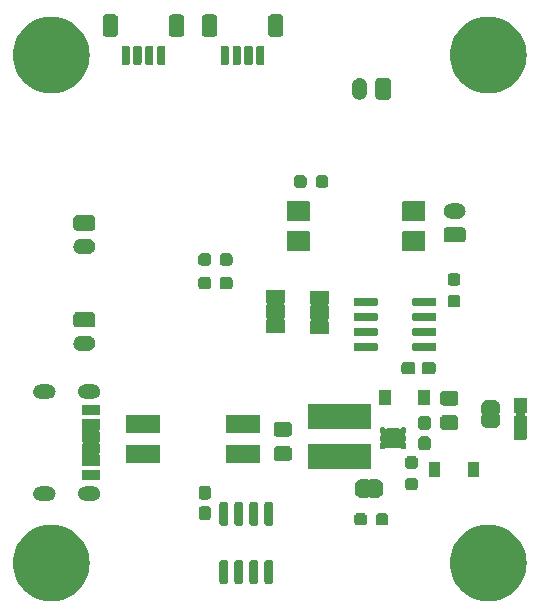
<source format=gbr>
%TF.GenerationSoftware,KiCad,Pcbnew,7.0.9*%
%TF.CreationDate,2024-10-15T17:06:46-06:00*%
%TF.ProjectId,TPS61165-heater-v8,54505336-3131-4363-952d-686561746572,rev?*%
%TF.SameCoordinates,Original*%
%TF.FileFunction,Soldermask,Top*%
%TF.FilePolarity,Negative*%
%FSLAX46Y46*%
G04 Gerber Fmt 4.6, Leading zero omitted, Abs format (unit mm)*
G04 Created by KiCad (PCBNEW 7.0.9) date 2024-10-15 17:06:46*
%MOMM*%
%LPD*%
G01*
G04 APERTURE LIST*
G04 APERTURE END LIST*
G36*
X119525953Y-90791827D02*
G01*
X119869735Y-90867499D01*
X120203319Y-90979897D01*
X120522796Y-91127702D01*
X120824419Y-91309183D01*
X121104653Y-91522211D01*
X121360211Y-91764289D01*
X121588099Y-92032579D01*
X121785643Y-92323934D01*
X121950528Y-92634941D01*
X122080820Y-92961951D01*
X122174993Y-93301131D01*
X122231942Y-93648505D01*
X122251000Y-94000000D01*
X122231942Y-94351495D01*
X122174993Y-94698869D01*
X122080820Y-95038049D01*
X121950528Y-95365059D01*
X121785643Y-95676066D01*
X121588099Y-95967421D01*
X121360211Y-96235711D01*
X121104653Y-96477789D01*
X120824419Y-96690817D01*
X120522796Y-96872298D01*
X120203319Y-97020103D01*
X119869735Y-97132501D01*
X119525953Y-97208173D01*
X119176006Y-97246232D01*
X118823994Y-97246232D01*
X118474047Y-97208173D01*
X118130265Y-97132501D01*
X117796681Y-97020103D01*
X117477204Y-96872298D01*
X117175581Y-96690817D01*
X116895347Y-96477789D01*
X116639789Y-96235711D01*
X116411901Y-95967421D01*
X116214357Y-95676066D01*
X116049472Y-95365059D01*
X115919180Y-95038049D01*
X115825007Y-94698869D01*
X115768058Y-94351495D01*
X115749000Y-94000000D01*
X115768058Y-93648505D01*
X115825007Y-93301131D01*
X115919180Y-92961951D01*
X116049472Y-92634941D01*
X116214357Y-92323934D01*
X116411901Y-92032579D01*
X116639789Y-91764289D01*
X116895347Y-91522211D01*
X117175581Y-91309183D01*
X117477204Y-91127702D01*
X117796681Y-90979897D01*
X118130265Y-90867499D01*
X118474047Y-90791827D01*
X118823994Y-90753768D01*
X119176006Y-90753768D01*
X119525953Y-90791827D01*
G37*
G36*
X156525953Y-90791827D02*
G01*
X156869735Y-90867499D01*
X157203319Y-90979897D01*
X157522796Y-91127702D01*
X157824419Y-91309183D01*
X158104653Y-91522211D01*
X158360211Y-91764289D01*
X158588099Y-92032579D01*
X158785643Y-92323934D01*
X158950528Y-92634941D01*
X159080820Y-92961951D01*
X159174993Y-93301131D01*
X159231942Y-93648505D01*
X159251000Y-94000000D01*
X159231942Y-94351495D01*
X159174993Y-94698869D01*
X159080820Y-95038049D01*
X158950528Y-95365059D01*
X158785643Y-95676066D01*
X158588099Y-95967421D01*
X158360211Y-96235711D01*
X158104653Y-96477789D01*
X157824419Y-96690817D01*
X157522796Y-96872298D01*
X157203319Y-97020103D01*
X156869735Y-97132501D01*
X156525953Y-97208173D01*
X156176006Y-97246232D01*
X155823994Y-97246232D01*
X155474047Y-97208173D01*
X155130265Y-97132501D01*
X154796681Y-97020103D01*
X154477204Y-96872298D01*
X154175581Y-96690817D01*
X153895347Y-96477789D01*
X153639789Y-96235711D01*
X153411901Y-95967421D01*
X153214357Y-95676066D01*
X153049472Y-95365059D01*
X152919180Y-95038049D01*
X152825007Y-94698869D01*
X152768058Y-94351495D01*
X152749000Y-94000000D01*
X152768058Y-93648505D01*
X152825007Y-93301131D01*
X152919180Y-92961951D01*
X153049472Y-92634941D01*
X153214357Y-92323934D01*
X153411901Y-92032579D01*
X153639789Y-91764289D01*
X153895347Y-91522211D01*
X154175581Y-91309183D01*
X154477204Y-91127702D01*
X154796681Y-90979897D01*
X155130265Y-90867499D01*
X155474047Y-90791827D01*
X155823994Y-90753768D01*
X156176006Y-90753768D01*
X156525953Y-90791827D01*
G37*
G36*
X133761040Y-93752190D02*
G01*
X133793987Y-93756528D01*
X133802274Y-93760392D01*
X133821919Y-93764300D01*
X133847938Y-93781686D01*
X133859180Y-93786928D01*
X133866019Y-93793767D01*
X133887128Y-93807872D01*
X133901232Y-93828980D01*
X133908071Y-93835819D01*
X133913312Y-93847058D01*
X133930700Y-93873081D01*
X133934607Y-93892727D01*
X133938471Y-93901012D01*
X133942806Y-93933946D01*
X133946000Y-93950000D01*
X133946000Y-95600000D01*
X133942806Y-95616054D01*
X133938471Y-95648987D01*
X133934608Y-95657270D01*
X133930700Y-95676919D01*
X133913310Y-95702943D01*
X133908071Y-95714180D01*
X133901234Y-95721016D01*
X133887128Y-95742128D01*
X133866016Y-95756234D01*
X133859180Y-95763071D01*
X133847943Y-95768310D01*
X133821919Y-95785700D01*
X133802270Y-95789608D01*
X133793987Y-95793471D01*
X133761054Y-95797806D01*
X133745000Y-95801000D01*
X133445000Y-95801000D01*
X133428946Y-95797806D01*
X133396012Y-95793471D01*
X133387727Y-95789607D01*
X133368081Y-95785700D01*
X133342058Y-95768312D01*
X133330819Y-95763071D01*
X133323980Y-95756232D01*
X133302872Y-95742128D01*
X133288767Y-95721019D01*
X133281928Y-95714180D01*
X133276686Y-95702938D01*
X133259300Y-95676919D01*
X133255392Y-95657274D01*
X133251528Y-95648987D01*
X133247190Y-95616040D01*
X133244000Y-95600000D01*
X133244000Y-93950000D01*
X133247190Y-93933961D01*
X133251528Y-93901012D01*
X133255392Y-93892723D01*
X133259300Y-93873081D01*
X133276684Y-93847063D01*
X133281928Y-93835819D01*
X133288769Y-93828977D01*
X133302872Y-93807872D01*
X133323977Y-93793769D01*
X133330819Y-93786928D01*
X133342063Y-93781684D01*
X133368081Y-93764300D01*
X133387723Y-93760392D01*
X133396012Y-93756528D01*
X133428961Y-93752190D01*
X133445000Y-93749000D01*
X133745000Y-93749000D01*
X133761040Y-93752190D01*
G37*
G36*
X135031040Y-93752190D02*
G01*
X135063987Y-93756528D01*
X135072274Y-93760392D01*
X135091919Y-93764300D01*
X135117938Y-93781686D01*
X135129180Y-93786928D01*
X135136019Y-93793767D01*
X135157128Y-93807872D01*
X135171232Y-93828980D01*
X135178071Y-93835819D01*
X135183312Y-93847058D01*
X135200700Y-93873081D01*
X135204607Y-93892727D01*
X135208471Y-93901012D01*
X135212806Y-93933946D01*
X135216000Y-93950000D01*
X135216000Y-95600000D01*
X135212806Y-95616054D01*
X135208471Y-95648987D01*
X135204608Y-95657270D01*
X135200700Y-95676919D01*
X135183310Y-95702943D01*
X135178071Y-95714180D01*
X135171234Y-95721016D01*
X135157128Y-95742128D01*
X135136016Y-95756234D01*
X135129180Y-95763071D01*
X135117943Y-95768310D01*
X135091919Y-95785700D01*
X135072270Y-95789608D01*
X135063987Y-95793471D01*
X135031054Y-95797806D01*
X135015000Y-95801000D01*
X134715000Y-95801000D01*
X134698946Y-95797806D01*
X134666012Y-95793471D01*
X134657727Y-95789607D01*
X134638081Y-95785700D01*
X134612058Y-95768312D01*
X134600819Y-95763071D01*
X134593980Y-95756232D01*
X134572872Y-95742128D01*
X134558767Y-95721019D01*
X134551928Y-95714180D01*
X134546686Y-95702938D01*
X134529300Y-95676919D01*
X134525392Y-95657274D01*
X134521528Y-95648987D01*
X134517190Y-95616040D01*
X134514000Y-95600000D01*
X134514000Y-93950000D01*
X134517190Y-93933961D01*
X134521528Y-93901012D01*
X134525392Y-93892723D01*
X134529300Y-93873081D01*
X134546684Y-93847063D01*
X134551928Y-93835819D01*
X134558769Y-93828977D01*
X134572872Y-93807872D01*
X134593977Y-93793769D01*
X134600819Y-93786928D01*
X134612063Y-93781684D01*
X134638081Y-93764300D01*
X134657723Y-93760392D01*
X134666012Y-93756528D01*
X134698961Y-93752190D01*
X134715000Y-93749000D01*
X135015000Y-93749000D01*
X135031040Y-93752190D01*
G37*
G36*
X136301040Y-93752190D02*
G01*
X136333987Y-93756528D01*
X136342274Y-93760392D01*
X136361919Y-93764300D01*
X136387938Y-93781686D01*
X136399180Y-93786928D01*
X136406019Y-93793767D01*
X136427128Y-93807872D01*
X136441232Y-93828980D01*
X136448071Y-93835819D01*
X136453312Y-93847058D01*
X136470700Y-93873081D01*
X136474607Y-93892727D01*
X136478471Y-93901012D01*
X136482806Y-93933946D01*
X136486000Y-93950000D01*
X136486000Y-95600000D01*
X136482806Y-95616054D01*
X136478471Y-95648987D01*
X136474608Y-95657270D01*
X136470700Y-95676919D01*
X136453310Y-95702943D01*
X136448071Y-95714180D01*
X136441234Y-95721016D01*
X136427128Y-95742128D01*
X136406016Y-95756234D01*
X136399180Y-95763071D01*
X136387943Y-95768310D01*
X136361919Y-95785700D01*
X136342270Y-95789608D01*
X136333987Y-95793471D01*
X136301054Y-95797806D01*
X136285000Y-95801000D01*
X135985000Y-95801000D01*
X135968946Y-95797806D01*
X135936012Y-95793471D01*
X135927727Y-95789607D01*
X135908081Y-95785700D01*
X135882058Y-95768312D01*
X135870819Y-95763071D01*
X135863980Y-95756232D01*
X135842872Y-95742128D01*
X135828767Y-95721019D01*
X135821928Y-95714180D01*
X135816686Y-95702938D01*
X135799300Y-95676919D01*
X135795392Y-95657274D01*
X135791528Y-95648987D01*
X135787190Y-95616040D01*
X135784000Y-95600000D01*
X135784000Y-93950000D01*
X135787190Y-93933961D01*
X135791528Y-93901012D01*
X135795392Y-93892723D01*
X135799300Y-93873081D01*
X135816684Y-93847063D01*
X135821928Y-93835819D01*
X135828769Y-93828977D01*
X135842872Y-93807872D01*
X135863977Y-93793769D01*
X135870819Y-93786928D01*
X135882063Y-93781684D01*
X135908081Y-93764300D01*
X135927723Y-93760392D01*
X135936012Y-93756528D01*
X135968961Y-93752190D01*
X135985000Y-93749000D01*
X136285000Y-93749000D01*
X136301040Y-93752190D01*
G37*
G36*
X137571040Y-93752190D02*
G01*
X137603987Y-93756528D01*
X137612274Y-93760392D01*
X137631919Y-93764300D01*
X137657938Y-93781686D01*
X137669180Y-93786928D01*
X137676019Y-93793767D01*
X137697128Y-93807872D01*
X137711232Y-93828980D01*
X137718071Y-93835819D01*
X137723312Y-93847058D01*
X137740700Y-93873081D01*
X137744607Y-93892727D01*
X137748471Y-93901012D01*
X137752806Y-93933946D01*
X137756000Y-93950000D01*
X137756000Y-95600000D01*
X137752806Y-95616054D01*
X137748471Y-95648987D01*
X137744608Y-95657270D01*
X137740700Y-95676919D01*
X137723310Y-95702943D01*
X137718071Y-95714180D01*
X137711234Y-95721016D01*
X137697128Y-95742128D01*
X137676016Y-95756234D01*
X137669180Y-95763071D01*
X137657943Y-95768310D01*
X137631919Y-95785700D01*
X137612270Y-95789608D01*
X137603987Y-95793471D01*
X137571054Y-95797806D01*
X137555000Y-95801000D01*
X137255000Y-95801000D01*
X137238946Y-95797806D01*
X137206012Y-95793471D01*
X137197727Y-95789607D01*
X137178081Y-95785700D01*
X137152058Y-95768312D01*
X137140819Y-95763071D01*
X137133980Y-95756232D01*
X137112872Y-95742128D01*
X137098767Y-95721019D01*
X137091928Y-95714180D01*
X137086686Y-95702938D01*
X137069300Y-95676919D01*
X137065392Y-95657274D01*
X137061528Y-95648987D01*
X137057190Y-95616040D01*
X137054000Y-95600000D01*
X137054000Y-93950000D01*
X137057190Y-93933961D01*
X137061528Y-93901012D01*
X137065392Y-93892723D01*
X137069300Y-93873081D01*
X137086684Y-93847063D01*
X137091928Y-93835819D01*
X137098769Y-93828977D01*
X137112872Y-93807872D01*
X137133977Y-93793769D01*
X137140819Y-93786928D01*
X137152063Y-93781684D01*
X137178081Y-93764300D01*
X137197723Y-93760392D01*
X137206012Y-93756528D01*
X137238961Y-93752190D01*
X137255000Y-93749000D01*
X137555000Y-93749000D01*
X137571040Y-93752190D01*
G37*
G36*
X133761040Y-88802190D02*
G01*
X133793987Y-88806528D01*
X133802274Y-88810392D01*
X133821919Y-88814300D01*
X133847938Y-88831686D01*
X133859180Y-88836928D01*
X133866019Y-88843767D01*
X133887128Y-88857872D01*
X133901232Y-88878980D01*
X133908071Y-88885819D01*
X133913312Y-88897058D01*
X133930700Y-88923081D01*
X133934607Y-88942727D01*
X133938471Y-88951012D01*
X133942806Y-88983946D01*
X133946000Y-89000000D01*
X133946000Y-90650000D01*
X133942806Y-90666054D01*
X133938471Y-90698987D01*
X133934608Y-90707270D01*
X133930700Y-90726919D01*
X133913310Y-90752943D01*
X133908071Y-90764180D01*
X133901234Y-90771016D01*
X133887128Y-90792128D01*
X133866016Y-90806234D01*
X133859180Y-90813071D01*
X133847943Y-90818310D01*
X133821919Y-90835700D01*
X133802270Y-90839608D01*
X133793987Y-90843471D01*
X133761054Y-90847806D01*
X133745000Y-90851000D01*
X133445000Y-90851000D01*
X133428946Y-90847806D01*
X133396012Y-90843471D01*
X133387727Y-90839607D01*
X133368081Y-90835700D01*
X133342058Y-90818312D01*
X133330819Y-90813071D01*
X133323980Y-90806232D01*
X133302872Y-90792128D01*
X133288767Y-90771019D01*
X133281928Y-90764180D01*
X133276686Y-90752938D01*
X133259300Y-90726919D01*
X133255392Y-90707274D01*
X133251528Y-90698987D01*
X133247190Y-90666040D01*
X133244000Y-90650000D01*
X133244000Y-89000000D01*
X133247190Y-88983961D01*
X133251528Y-88951012D01*
X133255392Y-88942723D01*
X133259300Y-88923081D01*
X133276684Y-88897063D01*
X133281928Y-88885819D01*
X133288769Y-88878977D01*
X133302872Y-88857872D01*
X133323977Y-88843769D01*
X133330819Y-88836928D01*
X133342063Y-88831684D01*
X133368081Y-88814300D01*
X133387723Y-88810392D01*
X133396012Y-88806528D01*
X133428961Y-88802190D01*
X133445000Y-88799000D01*
X133745000Y-88799000D01*
X133761040Y-88802190D01*
G37*
G36*
X135031040Y-88802190D02*
G01*
X135063987Y-88806528D01*
X135072274Y-88810392D01*
X135091919Y-88814300D01*
X135117938Y-88831686D01*
X135129180Y-88836928D01*
X135136019Y-88843767D01*
X135157128Y-88857872D01*
X135171232Y-88878980D01*
X135178071Y-88885819D01*
X135183312Y-88897058D01*
X135200700Y-88923081D01*
X135204607Y-88942727D01*
X135208471Y-88951012D01*
X135212806Y-88983946D01*
X135216000Y-89000000D01*
X135216000Y-90650000D01*
X135212806Y-90666054D01*
X135208471Y-90698987D01*
X135204608Y-90707270D01*
X135200700Y-90726919D01*
X135183310Y-90752943D01*
X135178071Y-90764180D01*
X135171234Y-90771016D01*
X135157128Y-90792128D01*
X135136016Y-90806234D01*
X135129180Y-90813071D01*
X135117943Y-90818310D01*
X135091919Y-90835700D01*
X135072270Y-90839608D01*
X135063987Y-90843471D01*
X135031054Y-90847806D01*
X135015000Y-90851000D01*
X134715000Y-90851000D01*
X134698946Y-90847806D01*
X134666012Y-90843471D01*
X134657727Y-90839607D01*
X134638081Y-90835700D01*
X134612058Y-90818312D01*
X134600819Y-90813071D01*
X134593980Y-90806232D01*
X134572872Y-90792128D01*
X134558767Y-90771019D01*
X134551928Y-90764180D01*
X134546686Y-90752938D01*
X134529300Y-90726919D01*
X134525392Y-90707274D01*
X134521528Y-90698987D01*
X134517190Y-90666040D01*
X134514000Y-90650000D01*
X134514000Y-89000000D01*
X134517190Y-88983961D01*
X134521528Y-88951012D01*
X134525392Y-88942723D01*
X134529300Y-88923081D01*
X134546684Y-88897063D01*
X134551928Y-88885819D01*
X134558769Y-88878977D01*
X134572872Y-88857872D01*
X134593977Y-88843769D01*
X134600819Y-88836928D01*
X134612063Y-88831684D01*
X134638081Y-88814300D01*
X134657723Y-88810392D01*
X134666012Y-88806528D01*
X134698961Y-88802190D01*
X134715000Y-88799000D01*
X135015000Y-88799000D01*
X135031040Y-88802190D01*
G37*
G36*
X136301040Y-88802190D02*
G01*
X136333987Y-88806528D01*
X136342274Y-88810392D01*
X136361919Y-88814300D01*
X136387938Y-88831686D01*
X136399180Y-88836928D01*
X136406019Y-88843767D01*
X136427128Y-88857872D01*
X136441232Y-88878980D01*
X136448071Y-88885819D01*
X136453312Y-88897058D01*
X136470700Y-88923081D01*
X136474607Y-88942727D01*
X136478471Y-88951012D01*
X136482806Y-88983946D01*
X136486000Y-89000000D01*
X136486000Y-90650000D01*
X136482806Y-90666054D01*
X136478471Y-90698987D01*
X136474608Y-90707270D01*
X136470700Y-90726919D01*
X136453310Y-90752943D01*
X136448071Y-90764180D01*
X136441234Y-90771016D01*
X136427128Y-90792128D01*
X136406016Y-90806234D01*
X136399180Y-90813071D01*
X136387943Y-90818310D01*
X136361919Y-90835700D01*
X136342270Y-90839608D01*
X136333987Y-90843471D01*
X136301054Y-90847806D01*
X136285000Y-90851000D01*
X135985000Y-90851000D01*
X135968946Y-90847806D01*
X135936012Y-90843471D01*
X135927727Y-90839607D01*
X135908081Y-90835700D01*
X135882058Y-90818312D01*
X135870819Y-90813071D01*
X135863980Y-90806232D01*
X135842872Y-90792128D01*
X135828767Y-90771019D01*
X135821928Y-90764180D01*
X135816686Y-90752938D01*
X135799300Y-90726919D01*
X135795392Y-90707274D01*
X135791528Y-90698987D01*
X135787190Y-90666040D01*
X135784000Y-90650000D01*
X135784000Y-89000000D01*
X135787190Y-88983961D01*
X135791528Y-88951012D01*
X135795392Y-88942723D01*
X135799300Y-88923081D01*
X135816684Y-88897063D01*
X135821928Y-88885819D01*
X135828769Y-88878977D01*
X135842872Y-88857872D01*
X135863977Y-88843769D01*
X135870819Y-88836928D01*
X135882063Y-88831684D01*
X135908081Y-88814300D01*
X135927723Y-88810392D01*
X135936012Y-88806528D01*
X135968961Y-88802190D01*
X135985000Y-88799000D01*
X136285000Y-88799000D01*
X136301040Y-88802190D01*
G37*
G36*
X137571040Y-88802190D02*
G01*
X137603987Y-88806528D01*
X137612274Y-88810392D01*
X137631919Y-88814300D01*
X137657938Y-88831686D01*
X137669180Y-88836928D01*
X137676019Y-88843767D01*
X137697128Y-88857872D01*
X137711232Y-88878980D01*
X137718071Y-88885819D01*
X137723312Y-88897058D01*
X137740700Y-88923081D01*
X137744607Y-88942727D01*
X137748471Y-88951012D01*
X137752806Y-88983946D01*
X137756000Y-89000000D01*
X137756000Y-90650000D01*
X137752806Y-90666054D01*
X137748471Y-90698987D01*
X137744608Y-90707270D01*
X137740700Y-90726919D01*
X137723310Y-90752943D01*
X137718071Y-90764180D01*
X137711234Y-90771016D01*
X137697128Y-90792128D01*
X137676016Y-90806234D01*
X137669180Y-90813071D01*
X137657943Y-90818310D01*
X137631919Y-90835700D01*
X137612270Y-90839608D01*
X137603987Y-90843471D01*
X137571054Y-90847806D01*
X137555000Y-90851000D01*
X137255000Y-90851000D01*
X137238946Y-90847806D01*
X137206012Y-90843471D01*
X137197727Y-90839607D01*
X137178081Y-90835700D01*
X137152058Y-90818312D01*
X137140819Y-90813071D01*
X137133980Y-90806232D01*
X137112872Y-90792128D01*
X137098767Y-90771019D01*
X137091928Y-90764180D01*
X137086686Y-90752938D01*
X137069300Y-90726919D01*
X137065392Y-90707274D01*
X137061528Y-90698987D01*
X137057190Y-90666040D01*
X137054000Y-90650000D01*
X137054000Y-89000000D01*
X137057190Y-88983961D01*
X137061528Y-88951012D01*
X137065392Y-88942723D01*
X137069300Y-88923081D01*
X137086684Y-88897063D01*
X137091928Y-88885819D01*
X137098769Y-88878977D01*
X137112872Y-88857872D01*
X137133977Y-88843769D01*
X137140819Y-88836928D01*
X137152063Y-88831684D01*
X137178081Y-88814300D01*
X137197723Y-88810392D01*
X137206012Y-88806528D01*
X137238961Y-88802190D01*
X137255000Y-88799000D01*
X137555000Y-88799000D01*
X137571040Y-88802190D01*
G37*
G36*
X145503552Y-89781663D02*
G01*
X145518934Y-89788455D01*
X145526170Y-89789601D01*
X145556302Y-89804954D01*
X145600542Y-89824488D01*
X145675512Y-89899458D01*
X145695048Y-89943704D01*
X145710398Y-89973829D01*
X145711543Y-89981062D01*
X145718337Y-89996448D01*
X145726000Y-90062500D01*
X145726000Y-90537500D01*
X145718337Y-90603552D01*
X145711543Y-90618938D01*
X145710398Y-90626170D01*
X145695052Y-90656287D01*
X145675512Y-90700542D01*
X145600542Y-90775512D01*
X145556287Y-90795052D01*
X145526170Y-90810398D01*
X145518938Y-90811543D01*
X145503552Y-90818337D01*
X145437500Y-90826000D01*
X144937500Y-90826000D01*
X144871448Y-90818337D01*
X144856062Y-90811543D01*
X144848829Y-90810398D01*
X144818704Y-90795048D01*
X144774458Y-90775512D01*
X144699488Y-90700542D01*
X144679954Y-90656302D01*
X144664601Y-90626170D01*
X144663455Y-90618934D01*
X144656663Y-90603552D01*
X144649000Y-90537500D01*
X144649000Y-90062500D01*
X144656663Y-89996448D01*
X144663454Y-89981065D01*
X144664601Y-89973829D01*
X144679957Y-89943690D01*
X144699488Y-89899458D01*
X144774458Y-89824488D01*
X144818690Y-89804957D01*
X144848829Y-89789601D01*
X144856065Y-89788454D01*
X144871448Y-89781663D01*
X144937500Y-89774000D01*
X145437500Y-89774000D01*
X145503552Y-89781663D01*
G37*
G36*
X147328552Y-89781663D02*
G01*
X147343934Y-89788455D01*
X147351170Y-89789601D01*
X147381302Y-89804954D01*
X147425542Y-89824488D01*
X147500512Y-89899458D01*
X147520048Y-89943704D01*
X147535398Y-89973829D01*
X147536543Y-89981062D01*
X147543337Y-89996448D01*
X147551000Y-90062500D01*
X147551000Y-90537500D01*
X147543337Y-90603552D01*
X147536543Y-90618938D01*
X147535398Y-90626170D01*
X147520052Y-90656287D01*
X147500512Y-90700542D01*
X147425542Y-90775512D01*
X147381287Y-90795052D01*
X147351170Y-90810398D01*
X147343938Y-90811543D01*
X147328552Y-90818337D01*
X147262500Y-90826000D01*
X146762500Y-90826000D01*
X146696448Y-90818337D01*
X146681062Y-90811543D01*
X146673829Y-90810398D01*
X146643704Y-90795048D01*
X146599458Y-90775512D01*
X146524488Y-90700542D01*
X146504954Y-90656302D01*
X146489601Y-90626170D01*
X146488455Y-90618934D01*
X146481663Y-90603552D01*
X146474000Y-90537500D01*
X146474000Y-90062500D01*
X146481663Y-89996448D01*
X146488454Y-89981065D01*
X146489601Y-89973829D01*
X146504957Y-89943690D01*
X146524488Y-89899458D01*
X146599458Y-89824488D01*
X146643690Y-89804957D01*
X146673829Y-89789601D01*
X146681065Y-89788454D01*
X146696448Y-89781663D01*
X146762500Y-89774000D01*
X147262500Y-89774000D01*
X147328552Y-89781663D01*
G37*
G36*
X132303552Y-89181663D02*
G01*
X132318934Y-89188455D01*
X132326170Y-89189601D01*
X132356302Y-89204954D01*
X132400542Y-89224488D01*
X132475512Y-89299458D01*
X132495048Y-89343704D01*
X132510398Y-89373829D01*
X132511543Y-89381062D01*
X132518337Y-89396448D01*
X132526000Y-89462500D01*
X132526000Y-90062500D01*
X132518337Y-90128552D01*
X132511543Y-90143938D01*
X132510398Y-90151170D01*
X132495052Y-90181287D01*
X132475512Y-90225542D01*
X132400542Y-90300512D01*
X132356287Y-90320052D01*
X132326170Y-90335398D01*
X132318938Y-90336543D01*
X132303552Y-90343337D01*
X132237500Y-90351000D01*
X131762500Y-90351000D01*
X131696448Y-90343337D01*
X131681062Y-90336543D01*
X131673829Y-90335398D01*
X131643704Y-90320048D01*
X131599458Y-90300512D01*
X131524488Y-90225542D01*
X131504954Y-90181302D01*
X131489601Y-90151170D01*
X131488455Y-90143934D01*
X131481663Y-90128552D01*
X131474000Y-90062500D01*
X131474000Y-89462500D01*
X131481663Y-89396448D01*
X131488454Y-89381065D01*
X131489601Y-89373829D01*
X131504957Y-89343690D01*
X131524488Y-89299458D01*
X131599458Y-89224488D01*
X131643690Y-89204957D01*
X131673829Y-89189601D01*
X131681065Y-89188454D01*
X131696448Y-89181663D01*
X131762500Y-89174000D01*
X132237500Y-89174000D01*
X132303552Y-89181663D01*
G37*
G36*
X118766891Y-87519380D02*
G01*
X118830097Y-87523062D01*
X118874144Y-87533501D01*
X118919550Y-87539479D01*
X118946539Y-87550658D01*
X118969264Y-87556044D01*
X119015018Y-87579023D01*
X119064500Y-87599519D01*
X119080928Y-87612125D01*
X119093789Y-87618584D01*
X119141297Y-87658447D01*
X119188971Y-87695029D01*
X119196341Y-87704635D01*
X119200531Y-87708150D01*
X119249110Y-87773404D01*
X119284481Y-87819500D01*
X119306715Y-87873180D01*
X119338935Y-87947873D01*
X119339884Y-87953255D01*
X119344521Y-87964450D01*
X119352367Y-88024049D01*
X119363134Y-88085106D01*
X119362297Y-88099470D01*
X119365000Y-88120000D01*
X119358007Y-88173111D01*
X119355031Y-88224211D01*
X119348335Y-88246575D01*
X119344521Y-88275550D01*
X119326993Y-88317865D01*
X119315065Y-88357710D01*
X119298871Y-88385757D01*
X119284481Y-88420500D01*
X119261588Y-88450333D01*
X119245394Y-88478384D01*
X119216849Y-88508638D01*
X119188971Y-88544971D01*
X119165788Y-88562759D01*
X119149769Y-88579739D01*
X119107006Y-88607864D01*
X119064500Y-88640481D01*
X119045366Y-88648406D01*
X119033345Y-88656313D01*
X118975084Y-88677518D01*
X118919550Y-88700521D01*
X118907539Y-88702102D01*
X118902405Y-88703971D01*
X118821632Y-88713412D01*
X118764000Y-88721000D01*
X118756719Y-88721000D01*
X118067645Y-88721000D01*
X118064000Y-88721000D01*
X118061106Y-88720619D01*
X117997902Y-88716937D01*
X117953862Y-88706499D01*
X117908450Y-88700521D01*
X117881456Y-88689339D01*
X117858735Y-88683955D01*
X117812987Y-88660979D01*
X117763500Y-88640481D01*
X117747069Y-88627873D01*
X117734210Y-88621415D01*
X117686705Y-88581554D01*
X117639029Y-88544971D01*
X117631657Y-88535364D01*
X117627468Y-88531849D01*
X117578881Y-88466584D01*
X117543519Y-88420500D01*
X117521297Y-88366853D01*
X117489064Y-88292126D01*
X117488114Y-88286740D01*
X117483479Y-88275550D01*
X117475634Y-88215968D01*
X117464865Y-88154893D01*
X117465702Y-88140523D01*
X117463000Y-88120000D01*
X117469990Y-88066903D01*
X117472968Y-88015788D01*
X117479665Y-87993416D01*
X117483479Y-87964450D01*
X117501002Y-87922145D01*
X117512934Y-87882289D01*
X117529132Y-87854232D01*
X117543519Y-87819500D01*
X117566404Y-87789674D01*
X117582605Y-87761615D01*
X117611158Y-87731350D01*
X117639029Y-87695029D01*
X117662204Y-87677245D01*
X117678230Y-87660260D01*
X117721008Y-87632123D01*
X117763500Y-87599519D01*
X117782626Y-87591596D01*
X117794654Y-87583686D01*
X117852942Y-87562470D01*
X117908450Y-87539479D01*
X117920454Y-87537898D01*
X117925594Y-87536028D01*
X118006400Y-87526583D01*
X118064000Y-87519000D01*
X118764000Y-87519000D01*
X118766891Y-87519380D01*
G37*
G36*
X122566891Y-87519380D02*
G01*
X122630097Y-87523062D01*
X122674144Y-87533501D01*
X122719550Y-87539479D01*
X122746539Y-87550658D01*
X122769264Y-87556044D01*
X122815018Y-87579023D01*
X122864500Y-87599519D01*
X122880928Y-87612125D01*
X122893789Y-87618584D01*
X122941297Y-87658447D01*
X122988971Y-87695029D01*
X122996341Y-87704635D01*
X123000531Y-87708150D01*
X123049110Y-87773404D01*
X123084481Y-87819500D01*
X123106715Y-87873180D01*
X123138935Y-87947873D01*
X123139884Y-87953255D01*
X123144521Y-87964450D01*
X123152367Y-88024049D01*
X123163134Y-88085106D01*
X123162297Y-88099470D01*
X123165000Y-88120000D01*
X123158007Y-88173111D01*
X123155031Y-88224211D01*
X123148335Y-88246575D01*
X123144521Y-88275550D01*
X123126993Y-88317865D01*
X123115065Y-88357710D01*
X123098871Y-88385757D01*
X123084481Y-88420500D01*
X123061588Y-88450333D01*
X123045394Y-88478384D01*
X123016849Y-88508638D01*
X122988971Y-88544971D01*
X122965788Y-88562759D01*
X122949769Y-88579739D01*
X122907006Y-88607864D01*
X122864500Y-88640481D01*
X122845366Y-88648406D01*
X122833345Y-88656313D01*
X122775084Y-88677518D01*
X122719550Y-88700521D01*
X122707539Y-88702102D01*
X122702405Y-88703971D01*
X122621632Y-88713412D01*
X122564000Y-88721000D01*
X122556719Y-88721000D01*
X121867645Y-88721000D01*
X121864000Y-88721000D01*
X121861106Y-88720619D01*
X121797902Y-88716937D01*
X121753862Y-88706499D01*
X121708450Y-88700521D01*
X121681456Y-88689339D01*
X121658735Y-88683955D01*
X121612987Y-88660979D01*
X121563500Y-88640481D01*
X121547069Y-88627873D01*
X121534210Y-88621415D01*
X121486705Y-88581554D01*
X121439029Y-88544971D01*
X121431657Y-88535364D01*
X121427468Y-88531849D01*
X121378881Y-88466584D01*
X121343519Y-88420500D01*
X121321297Y-88366853D01*
X121289064Y-88292126D01*
X121288114Y-88286740D01*
X121283479Y-88275550D01*
X121275634Y-88215968D01*
X121264865Y-88154893D01*
X121265702Y-88140523D01*
X121263000Y-88120000D01*
X121269990Y-88066903D01*
X121272968Y-88015788D01*
X121279665Y-87993416D01*
X121283479Y-87964450D01*
X121301002Y-87922145D01*
X121312934Y-87882289D01*
X121329132Y-87854232D01*
X121343519Y-87819500D01*
X121366404Y-87789674D01*
X121382605Y-87761615D01*
X121411158Y-87731350D01*
X121439029Y-87695029D01*
X121462204Y-87677245D01*
X121478230Y-87660260D01*
X121521008Y-87632123D01*
X121563500Y-87599519D01*
X121582626Y-87591596D01*
X121594654Y-87583686D01*
X121652942Y-87562470D01*
X121708450Y-87539479D01*
X121720454Y-87537898D01*
X121725594Y-87536028D01*
X121806400Y-87526583D01*
X121864000Y-87519000D01*
X122564000Y-87519000D01*
X122566891Y-87519380D01*
G37*
G36*
X132303552Y-87456663D02*
G01*
X132318934Y-87463455D01*
X132326170Y-87464601D01*
X132356302Y-87479954D01*
X132400542Y-87499488D01*
X132475512Y-87574458D01*
X132495048Y-87618704D01*
X132510398Y-87648829D01*
X132511543Y-87656062D01*
X132518337Y-87671448D01*
X132526000Y-87737500D01*
X132526000Y-88337500D01*
X132518337Y-88403552D01*
X132511543Y-88418938D01*
X132510398Y-88426170D01*
X132495052Y-88456287D01*
X132475512Y-88500542D01*
X132400542Y-88575512D01*
X132356287Y-88595052D01*
X132326170Y-88610398D01*
X132318938Y-88611543D01*
X132303552Y-88618337D01*
X132237500Y-88626000D01*
X131762500Y-88626000D01*
X131696448Y-88618337D01*
X131681062Y-88611543D01*
X131673829Y-88610398D01*
X131643704Y-88595048D01*
X131599458Y-88575512D01*
X131524488Y-88500542D01*
X131504954Y-88456302D01*
X131489601Y-88426170D01*
X131488455Y-88418934D01*
X131481663Y-88403552D01*
X131474000Y-88337500D01*
X131474000Y-87737500D01*
X131481663Y-87671448D01*
X131488454Y-87656065D01*
X131489601Y-87648829D01*
X131504957Y-87618690D01*
X131524488Y-87574458D01*
X131599458Y-87499488D01*
X131643690Y-87479957D01*
X131673829Y-87464601D01*
X131681065Y-87463454D01*
X131696448Y-87456663D01*
X131762500Y-87449000D01*
X132237500Y-87449000D01*
X132303552Y-87456663D01*
G37*
G36*
X145769517Y-86902882D02*
G01*
X145786062Y-86913938D01*
X145797118Y-86930483D01*
X145798342Y-86936638D01*
X145833188Y-86988786D01*
X145966812Y-86988786D01*
X146001657Y-86936636D01*
X146002882Y-86930483D01*
X146013938Y-86913938D01*
X146030483Y-86902882D01*
X146050000Y-86899000D01*
X146550000Y-86899000D01*
X146569517Y-86902882D01*
X146571323Y-86904089D01*
X146612215Y-86904089D01*
X146621157Y-86904089D01*
X146635525Y-86906155D01*
X146644097Y-86908672D01*
X146644104Y-86908673D01*
X146763502Y-86943732D01*
X146763504Y-86943733D01*
X146772076Y-86946250D01*
X146785281Y-86952280D01*
X146792798Y-86957111D01*
X146861090Y-87001000D01*
X146905003Y-87029221D01*
X146915973Y-87038727D01*
X147009170Y-87146282D01*
X147017018Y-87158494D01*
X147020729Y-87166621D01*
X147020732Y-87166625D01*
X147072423Y-87279815D01*
X147076137Y-87287948D01*
X147080227Y-87301876D01*
X147100481Y-87442742D01*
X147101000Y-87450000D01*
X147101000Y-87950000D01*
X147100481Y-87957258D01*
X147080227Y-88098124D01*
X147076137Y-88112052D01*
X147072423Y-88120184D01*
X147024917Y-88224211D01*
X147017018Y-88241506D01*
X147009170Y-88253718D01*
X146915973Y-88361273D01*
X146905003Y-88370779D01*
X146785281Y-88447720D01*
X146772076Y-88453750D01*
X146635525Y-88493845D01*
X146621157Y-88495911D01*
X146571323Y-88495911D01*
X146569517Y-88497118D01*
X146550000Y-88501000D01*
X146537690Y-88501000D01*
X146062310Y-88501000D01*
X146050000Y-88501000D01*
X146030483Y-88497118D01*
X146013938Y-88486062D01*
X146002882Y-88469517D01*
X146001657Y-88463360D01*
X145966813Y-88411213D01*
X145833187Y-88411213D01*
X145798342Y-88463359D01*
X145797118Y-88469517D01*
X145786062Y-88486062D01*
X145769517Y-88497118D01*
X145750000Y-88501000D01*
X145737690Y-88501000D01*
X145262310Y-88501000D01*
X145250000Y-88501000D01*
X145230483Y-88497118D01*
X145228677Y-88495911D01*
X145187785Y-88495911D01*
X145178843Y-88495911D01*
X145164475Y-88493845D01*
X145155897Y-88491326D01*
X145155895Y-88491326D01*
X145090458Y-88472111D01*
X145027924Y-88453750D01*
X145014719Y-88447720D01*
X144894997Y-88370779D01*
X144884027Y-88361273D01*
X144854903Y-88327662D01*
X144796681Y-88260471D01*
X144796679Y-88260468D01*
X144790830Y-88253718D01*
X144782982Y-88241506D01*
X144779271Y-88233380D01*
X144779267Y-88233374D01*
X144727576Y-88120184D01*
X144727574Y-88120179D01*
X144723863Y-88112052D01*
X144719773Y-88098124D01*
X144699519Y-87957258D01*
X144699000Y-87950000D01*
X144699000Y-87450000D01*
X144699519Y-87442742D01*
X144719773Y-87301876D01*
X144723863Y-87287948D01*
X144727573Y-87279822D01*
X144727576Y-87279815D01*
X144779267Y-87166625D01*
X144779273Y-87166615D01*
X144782982Y-87158494D01*
X144790830Y-87146282D01*
X144796677Y-87139534D01*
X144796681Y-87139528D01*
X144878173Y-87045482D01*
X144878176Y-87045479D01*
X144884027Y-87038727D01*
X144894997Y-87029221D01*
X144902512Y-87024391D01*
X144902516Y-87024388D01*
X145007201Y-86957111D01*
X145007203Y-86957109D01*
X145014719Y-86952280D01*
X145027924Y-86946250D01*
X145036492Y-86943734D01*
X145036497Y-86943732D01*
X145155895Y-86908673D01*
X145155903Y-86908671D01*
X145164475Y-86906155D01*
X145178843Y-86904089D01*
X145228677Y-86904089D01*
X145230483Y-86902882D01*
X145250000Y-86899000D01*
X145750000Y-86899000D01*
X145769517Y-86902882D01*
G37*
G36*
X149803552Y-86781663D02*
G01*
X149818934Y-86788455D01*
X149826170Y-86789601D01*
X149856302Y-86804954D01*
X149900542Y-86824488D01*
X149975512Y-86899458D01*
X149995048Y-86943704D01*
X150010398Y-86973829D01*
X150011543Y-86981062D01*
X150018337Y-86996448D01*
X150026000Y-87062500D01*
X150026000Y-87562500D01*
X150018337Y-87628552D01*
X150011543Y-87643938D01*
X150010398Y-87651170D01*
X149995052Y-87681287D01*
X149975512Y-87725542D01*
X149900542Y-87800512D01*
X149856287Y-87820052D01*
X149826170Y-87835398D01*
X149818938Y-87836543D01*
X149803552Y-87843337D01*
X149737500Y-87851000D01*
X149262500Y-87851000D01*
X149196448Y-87843337D01*
X149181062Y-87836543D01*
X149173829Y-87835398D01*
X149143704Y-87820048D01*
X149099458Y-87800512D01*
X149024488Y-87725542D01*
X149004954Y-87681302D01*
X148989601Y-87651170D01*
X148988455Y-87643934D01*
X148981663Y-87628552D01*
X148974000Y-87562500D01*
X148974000Y-87062500D01*
X148981663Y-86996448D01*
X148988454Y-86981065D01*
X148989601Y-86973829D01*
X149004957Y-86943690D01*
X149024488Y-86899458D01*
X149099458Y-86824488D01*
X149143690Y-86804957D01*
X149173829Y-86789601D01*
X149181065Y-86788454D01*
X149196448Y-86781663D01*
X149262500Y-86774000D01*
X149737500Y-86774000D01*
X149803552Y-86781663D01*
G37*
G36*
X123133517Y-86102882D02*
G01*
X123150062Y-86113938D01*
X123161118Y-86130483D01*
X123165000Y-86150000D01*
X123165000Y-86950000D01*
X123161118Y-86969517D01*
X123150062Y-86986062D01*
X123133517Y-86997118D01*
X123114000Y-87001000D01*
X121614000Y-87001000D01*
X121594483Y-86997118D01*
X121577938Y-86986062D01*
X121566882Y-86969517D01*
X121563000Y-86950000D01*
X121563000Y-86150000D01*
X121566882Y-86130483D01*
X121577938Y-86113938D01*
X121594483Y-86102882D01*
X121614000Y-86099000D01*
X123114000Y-86099000D01*
X123133517Y-86102882D01*
G37*
G36*
X151919517Y-85452882D02*
G01*
X151936062Y-85463938D01*
X151947118Y-85480483D01*
X151951000Y-85500000D01*
X151951000Y-86700000D01*
X151947118Y-86719517D01*
X151936062Y-86736062D01*
X151919517Y-86747118D01*
X151900000Y-86751000D01*
X151000000Y-86751000D01*
X150980483Y-86747118D01*
X150963938Y-86736062D01*
X150952882Y-86719517D01*
X150949000Y-86700000D01*
X150949000Y-85500000D01*
X150952882Y-85480483D01*
X150963938Y-85463938D01*
X150980483Y-85452882D01*
X151000000Y-85449000D01*
X151900000Y-85449000D01*
X151919517Y-85452882D01*
G37*
G36*
X155219517Y-85452882D02*
G01*
X155236062Y-85463938D01*
X155247118Y-85480483D01*
X155251000Y-85500000D01*
X155251000Y-86700000D01*
X155247118Y-86719517D01*
X155236062Y-86736062D01*
X155219517Y-86747118D01*
X155200000Y-86751000D01*
X154300000Y-86751000D01*
X154280483Y-86747118D01*
X154263938Y-86736062D01*
X154252882Y-86719517D01*
X154249000Y-86700000D01*
X154249000Y-85500000D01*
X154252882Y-85480483D01*
X154263938Y-85463938D01*
X154280483Y-85452882D01*
X154300000Y-85449000D01*
X155200000Y-85449000D01*
X155219517Y-85452882D01*
G37*
G36*
X146069517Y-83952882D02*
G01*
X146086062Y-83963938D01*
X146097118Y-83980483D01*
X146101000Y-84000000D01*
X146101000Y-86000000D01*
X146097118Y-86019517D01*
X146086062Y-86036062D01*
X146069517Y-86047118D01*
X146050000Y-86051000D01*
X140750000Y-86051000D01*
X140730483Y-86047118D01*
X140713938Y-86036062D01*
X140702882Y-86019517D01*
X140699000Y-86000000D01*
X140699000Y-84000000D01*
X140702882Y-83980483D01*
X140713938Y-83963938D01*
X140730483Y-83952882D01*
X140750000Y-83949000D01*
X146050000Y-83949000D01*
X146069517Y-83952882D01*
G37*
G36*
X149803552Y-84956663D02*
G01*
X149818934Y-84963455D01*
X149826170Y-84964601D01*
X149856302Y-84979954D01*
X149900542Y-84999488D01*
X149975512Y-85074458D01*
X149995048Y-85118704D01*
X150010398Y-85148829D01*
X150011543Y-85156062D01*
X150018337Y-85171448D01*
X150026000Y-85237500D01*
X150026000Y-85737500D01*
X150018337Y-85803552D01*
X150011543Y-85818938D01*
X150010398Y-85826170D01*
X149995052Y-85856287D01*
X149975512Y-85900542D01*
X149900542Y-85975512D01*
X149856287Y-85995052D01*
X149826170Y-86010398D01*
X149818938Y-86011543D01*
X149803552Y-86018337D01*
X149737500Y-86026000D01*
X149262500Y-86026000D01*
X149196448Y-86018337D01*
X149181062Y-86011543D01*
X149173829Y-86010398D01*
X149143704Y-85995048D01*
X149099458Y-85975512D01*
X149024488Y-85900542D01*
X149004954Y-85856302D01*
X148989601Y-85826170D01*
X148988455Y-85818934D01*
X148981663Y-85803552D01*
X148974000Y-85737500D01*
X148974000Y-85237500D01*
X148981663Y-85171448D01*
X148988454Y-85156065D01*
X148989601Y-85148829D01*
X149004957Y-85118690D01*
X149024488Y-85074458D01*
X149099458Y-84999488D01*
X149143690Y-84979957D01*
X149173829Y-84964601D01*
X149181065Y-84963454D01*
X149196448Y-84956663D01*
X149262500Y-84949000D01*
X149737500Y-84949000D01*
X149803552Y-84956663D01*
G37*
G36*
X123133517Y-81852882D02*
G01*
X123150062Y-81863938D01*
X123161118Y-81880483D01*
X123165000Y-81900000D01*
X123165000Y-82660000D01*
X123161118Y-82679517D01*
X123150062Y-82696062D01*
X123133517Y-82707118D01*
X123127359Y-82708342D01*
X123082696Y-82738187D01*
X123082696Y-82871813D01*
X123127360Y-82901657D01*
X123133517Y-82902882D01*
X123150062Y-82913938D01*
X123161118Y-82930483D01*
X123165000Y-82950000D01*
X123165000Y-83650000D01*
X123161118Y-83669517D01*
X123150062Y-83686062D01*
X123133517Y-83697118D01*
X123127359Y-83698342D01*
X123075213Y-83733187D01*
X123075213Y-83866813D01*
X123127360Y-83901657D01*
X123133517Y-83902882D01*
X123150062Y-83913938D01*
X123161118Y-83930483D01*
X123165000Y-83950000D01*
X123165000Y-84650000D01*
X123161118Y-84669517D01*
X123150062Y-84686062D01*
X123133517Y-84697118D01*
X123127359Y-84698342D01*
X123082696Y-84728187D01*
X123082696Y-84861813D01*
X123127360Y-84891657D01*
X123133517Y-84892882D01*
X123150062Y-84903938D01*
X123161118Y-84920483D01*
X123165000Y-84940000D01*
X123165000Y-85700000D01*
X123161118Y-85719517D01*
X123150062Y-85736062D01*
X123133517Y-85747118D01*
X123114000Y-85751000D01*
X121614000Y-85751000D01*
X121594483Y-85747118D01*
X121577938Y-85736062D01*
X121566882Y-85719517D01*
X121563000Y-85700000D01*
X121563000Y-84940000D01*
X121566882Y-84920483D01*
X121577938Y-84903938D01*
X121594483Y-84892882D01*
X121600635Y-84891658D01*
X121645303Y-84861812D01*
X121645303Y-84728188D01*
X121600637Y-84698342D01*
X121594483Y-84697118D01*
X121577938Y-84686062D01*
X121566882Y-84669517D01*
X121563000Y-84650000D01*
X121563000Y-83950000D01*
X121566882Y-83930483D01*
X121577938Y-83913938D01*
X121594483Y-83902882D01*
X121600636Y-83901657D01*
X121652786Y-83866812D01*
X121652786Y-83733188D01*
X121600638Y-83698342D01*
X121594483Y-83697118D01*
X121577938Y-83686062D01*
X121566882Y-83669517D01*
X121563000Y-83650000D01*
X121563000Y-82950000D01*
X121566882Y-82930483D01*
X121577938Y-82913938D01*
X121594483Y-82902882D01*
X121600635Y-82901658D01*
X121645303Y-82871812D01*
X121645303Y-82738188D01*
X121600637Y-82708342D01*
X121594483Y-82707118D01*
X121577938Y-82696062D01*
X121566882Y-82679517D01*
X121563000Y-82660000D01*
X121563000Y-81900000D01*
X121566882Y-81880483D01*
X121577938Y-81863938D01*
X121594483Y-81852882D01*
X121614000Y-81849000D01*
X123114000Y-81849000D01*
X123133517Y-81852882D01*
G37*
G36*
X128195017Y-84022882D02*
G01*
X128211562Y-84033938D01*
X128222618Y-84050483D01*
X128226500Y-84070000D01*
X128226500Y-85470000D01*
X128222618Y-85489517D01*
X128211562Y-85506062D01*
X128195017Y-85517118D01*
X128175500Y-85521000D01*
X125350500Y-85521000D01*
X125330983Y-85517118D01*
X125314438Y-85506062D01*
X125303382Y-85489517D01*
X125299500Y-85470000D01*
X125299500Y-84070000D01*
X125303382Y-84050483D01*
X125314438Y-84033938D01*
X125330983Y-84022882D01*
X125350500Y-84019000D01*
X128175500Y-84019000D01*
X128195017Y-84022882D01*
G37*
G36*
X136669017Y-84022882D02*
G01*
X136685562Y-84033938D01*
X136696618Y-84050483D01*
X136700500Y-84070000D01*
X136700500Y-85470000D01*
X136696618Y-85489517D01*
X136685562Y-85506062D01*
X136669017Y-85517118D01*
X136649500Y-85521000D01*
X133824500Y-85521000D01*
X133804983Y-85517118D01*
X133788438Y-85506062D01*
X133777382Y-85489517D01*
X133773500Y-85470000D01*
X133773500Y-84070000D01*
X133777382Y-84050483D01*
X133788438Y-84033938D01*
X133804983Y-84022882D01*
X133824500Y-84019000D01*
X136649500Y-84019000D01*
X136669017Y-84022882D01*
G37*
G36*
X139143914Y-84106995D02*
G01*
X139159726Y-84113976D01*
X139167531Y-84115213D01*
X139200039Y-84131776D01*
X139245106Y-84151676D01*
X139323324Y-84229894D01*
X139343226Y-84274967D01*
X139359786Y-84307468D01*
X139361021Y-84315270D01*
X139368005Y-84331086D01*
X139376000Y-84400000D01*
X139376000Y-85075000D01*
X139368005Y-85143914D01*
X139361021Y-85159729D01*
X139359786Y-85167531D01*
X139343229Y-85200024D01*
X139323324Y-85245106D01*
X139245106Y-85323324D01*
X139200024Y-85343229D01*
X139167531Y-85359786D01*
X139159729Y-85361021D01*
X139143914Y-85368005D01*
X139075000Y-85376000D01*
X138125000Y-85376000D01*
X138056086Y-85368005D01*
X138040270Y-85361021D01*
X138032468Y-85359786D01*
X137999967Y-85343226D01*
X137954894Y-85323324D01*
X137876676Y-85245106D01*
X137856776Y-85200039D01*
X137840213Y-85167531D01*
X137838976Y-85159726D01*
X137831995Y-85143914D01*
X137824000Y-85075000D01*
X137824000Y-84400000D01*
X137831995Y-84331086D01*
X137838976Y-84315274D01*
X137840213Y-84307468D01*
X137856780Y-84274953D01*
X137876676Y-84229894D01*
X137954894Y-84151676D01*
X137999953Y-84131780D01*
X138032468Y-84115213D01*
X138040274Y-84113976D01*
X138056086Y-84106995D01*
X138125000Y-84099000D01*
X139075000Y-84099000D01*
X139143914Y-84106995D01*
G37*
G36*
X150903552Y-83281663D02*
G01*
X150918934Y-83288455D01*
X150926170Y-83289601D01*
X150956302Y-83304954D01*
X151000542Y-83324488D01*
X151075512Y-83399458D01*
X151095048Y-83443704D01*
X151110398Y-83473829D01*
X151111543Y-83481062D01*
X151118337Y-83496448D01*
X151126000Y-83562500D01*
X151126000Y-84162500D01*
X151118337Y-84228552D01*
X151111543Y-84243938D01*
X151110398Y-84251170D01*
X151095052Y-84281287D01*
X151075512Y-84325542D01*
X151000542Y-84400512D01*
X150956287Y-84420052D01*
X150926170Y-84435398D01*
X150918938Y-84436543D01*
X150903552Y-84443337D01*
X150837500Y-84451000D01*
X150362500Y-84451000D01*
X150296448Y-84443337D01*
X150281062Y-84436543D01*
X150273829Y-84435398D01*
X150243704Y-84420048D01*
X150199458Y-84400512D01*
X150124488Y-84325542D01*
X150104954Y-84281302D01*
X150089601Y-84251170D01*
X150088455Y-84243934D01*
X150081663Y-84228552D01*
X150074000Y-84162500D01*
X150074000Y-83562500D01*
X150081663Y-83496448D01*
X150088454Y-83481065D01*
X150089601Y-83473829D01*
X150104957Y-83443690D01*
X150124488Y-83399458D01*
X150199458Y-83324488D01*
X150243690Y-83304957D01*
X150273829Y-83289601D01*
X150281065Y-83288454D01*
X150296448Y-83281663D01*
X150362500Y-83274000D01*
X150837500Y-83274000D01*
X150903552Y-83281663D01*
G37*
G36*
X147191643Y-82540018D02*
G01*
X147238604Y-82571396D01*
X147258949Y-82601845D01*
X147357178Y-82621385D01*
X147390453Y-82599152D01*
X147393938Y-82593938D01*
X147410483Y-82582882D01*
X147430000Y-82579000D01*
X148430000Y-82579000D01*
X148449517Y-82582882D01*
X148466062Y-82593938D01*
X148469547Y-82599154D01*
X148502816Y-82621383D01*
X148601047Y-82601849D01*
X148621396Y-82571396D01*
X148668357Y-82540018D01*
X148723750Y-82529000D01*
X148911250Y-82529000D01*
X148966643Y-82540018D01*
X149013604Y-82571396D01*
X149044982Y-82618357D01*
X149056000Y-82673750D01*
X149056000Y-82886250D01*
X149044982Y-82941643D01*
X149013604Y-82988604D01*
X148966643Y-83019982D01*
X148960486Y-83021206D01*
X148935074Y-83038187D01*
X148935074Y-83171813D01*
X148960486Y-83188793D01*
X148966643Y-83190018D01*
X149013604Y-83221396D01*
X149044982Y-83268357D01*
X149056000Y-83323750D01*
X149056000Y-83536250D01*
X149044982Y-83591643D01*
X149013604Y-83638604D01*
X148966643Y-83669982D01*
X148960486Y-83671206D01*
X148935074Y-83688187D01*
X148935074Y-83821813D01*
X148960486Y-83838793D01*
X148966643Y-83840018D01*
X149013604Y-83871396D01*
X149044982Y-83918357D01*
X149056000Y-83973750D01*
X149056000Y-84186250D01*
X149044982Y-84241643D01*
X149013604Y-84288604D01*
X148966643Y-84319982D01*
X148911250Y-84331000D01*
X148723750Y-84331000D01*
X148668357Y-84319982D01*
X148621396Y-84288604D01*
X148601048Y-84258150D01*
X148502816Y-84238615D01*
X148469549Y-84260843D01*
X148466062Y-84266062D01*
X148449517Y-84277118D01*
X148430000Y-84281000D01*
X147430000Y-84281000D01*
X147410483Y-84277118D01*
X147393938Y-84266062D01*
X147390451Y-84260845D01*
X147357178Y-84238612D01*
X147258949Y-84258154D01*
X147238604Y-84288604D01*
X147191643Y-84319982D01*
X147136250Y-84331000D01*
X146948750Y-84331000D01*
X146893357Y-84319982D01*
X146846396Y-84288604D01*
X146815018Y-84241643D01*
X146804000Y-84186250D01*
X146804000Y-83973750D01*
X146815018Y-83918357D01*
X146846396Y-83871396D01*
X146893357Y-83840018D01*
X146899510Y-83838794D01*
X146924925Y-83821812D01*
X146924925Y-83688188D01*
X146899510Y-83671206D01*
X146893357Y-83669982D01*
X146846396Y-83638604D01*
X146815018Y-83591643D01*
X146804000Y-83536250D01*
X146804000Y-83323750D01*
X146815018Y-83268357D01*
X146846396Y-83221396D01*
X146893357Y-83190018D01*
X146899510Y-83188794D01*
X146924925Y-83171812D01*
X146924925Y-83038188D01*
X146899510Y-83021206D01*
X146893357Y-83019982D01*
X146846396Y-82988604D01*
X146815018Y-82941643D01*
X146804000Y-82886250D01*
X146804000Y-82673750D01*
X146815018Y-82618357D01*
X146846396Y-82571396D01*
X146893357Y-82540018D01*
X146948750Y-82529000D01*
X147136250Y-82529000D01*
X147191643Y-82540018D01*
G37*
G36*
X159224517Y-80017882D02*
G01*
X159241062Y-80028938D01*
X159252118Y-80045483D01*
X159256000Y-80065000D01*
X159256000Y-81245000D01*
X159252118Y-81264517D01*
X159241062Y-81281062D01*
X159224517Y-81292118D01*
X159205000Y-81296000D01*
X159192679Y-81296000D01*
X159085022Y-81317412D01*
X159085018Y-81522582D01*
X159192695Y-81544000D01*
X159205000Y-81544000D01*
X159224517Y-81547882D01*
X159241062Y-81558938D01*
X159252118Y-81575483D01*
X159256000Y-81595000D01*
X159256000Y-83495000D01*
X159252118Y-83514517D01*
X159241062Y-83531062D01*
X159224517Y-83542118D01*
X159205000Y-83546000D01*
X158195000Y-83546000D01*
X158175483Y-83542118D01*
X158158938Y-83531062D01*
X158147882Y-83514517D01*
X158144000Y-83495000D01*
X158144000Y-81595000D01*
X158147882Y-81575483D01*
X158158938Y-81558938D01*
X158175483Y-81547882D01*
X158195000Y-81544000D01*
X158207311Y-81544000D01*
X158314979Y-81522585D01*
X158314979Y-81317415D01*
X158207315Y-81296000D01*
X158195000Y-81296000D01*
X158175483Y-81292118D01*
X158158938Y-81281062D01*
X158147882Y-81264517D01*
X158144000Y-81245000D01*
X158144000Y-80065000D01*
X158147882Y-80045483D01*
X158158938Y-80028938D01*
X158175483Y-80017882D01*
X158195000Y-80014000D01*
X159205000Y-80014000D01*
X159224517Y-80017882D01*
G37*
G36*
X139143914Y-82031995D02*
G01*
X139159726Y-82038976D01*
X139167531Y-82040213D01*
X139200039Y-82056776D01*
X139245106Y-82076676D01*
X139323324Y-82154894D01*
X139343226Y-82199967D01*
X139359786Y-82232468D01*
X139361021Y-82240270D01*
X139368005Y-82256086D01*
X139376000Y-82325000D01*
X139376000Y-83000000D01*
X139368005Y-83068914D01*
X139361021Y-83084729D01*
X139359786Y-83092531D01*
X139343229Y-83125024D01*
X139323324Y-83170106D01*
X139245106Y-83248324D01*
X139200024Y-83268229D01*
X139167531Y-83284786D01*
X139159729Y-83286021D01*
X139143914Y-83293005D01*
X139075000Y-83301000D01*
X138125000Y-83301000D01*
X138056086Y-83293005D01*
X138040270Y-83286021D01*
X138032468Y-83284786D01*
X137999967Y-83268226D01*
X137954894Y-83248324D01*
X137876676Y-83170106D01*
X137856776Y-83125039D01*
X137840213Y-83092531D01*
X137838976Y-83084726D01*
X137831995Y-83068914D01*
X137824000Y-83000000D01*
X137824000Y-82325000D01*
X137831995Y-82256086D01*
X137838976Y-82240274D01*
X137840213Y-82232468D01*
X137856780Y-82199953D01*
X137876676Y-82154894D01*
X137954894Y-82076676D01*
X137999953Y-82056780D01*
X138032468Y-82040213D01*
X138040274Y-82038976D01*
X138056086Y-82031995D01*
X138125000Y-82024000D01*
X139075000Y-82024000D01*
X139143914Y-82031995D01*
G37*
G36*
X128195017Y-81482882D02*
G01*
X128211562Y-81493938D01*
X128222618Y-81510483D01*
X128226500Y-81530000D01*
X128226500Y-82930000D01*
X128222618Y-82949517D01*
X128211562Y-82966062D01*
X128195017Y-82977118D01*
X128175500Y-82981000D01*
X125350500Y-82981000D01*
X125330983Y-82977118D01*
X125314438Y-82966062D01*
X125303382Y-82949517D01*
X125299500Y-82930000D01*
X125299500Y-81530000D01*
X125303382Y-81510483D01*
X125314438Y-81493938D01*
X125330983Y-81482882D01*
X125350500Y-81479000D01*
X128175500Y-81479000D01*
X128195017Y-81482882D01*
G37*
G36*
X136669017Y-81482882D02*
G01*
X136685562Y-81493938D01*
X136696618Y-81510483D01*
X136700500Y-81530000D01*
X136700500Y-82930000D01*
X136696618Y-82949517D01*
X136685562Y-82966062D01*
X136669017Y-82977118D01*
X136649500Y-82981000D01*
X133824500Y-82981000D01*
X133804983Y-82977118D01*
X133788438Y-82966062D01*
X133777382Y-82949517D01*
X133773500Y-82930000D01*
X133773500Y-81530000D01*
X133777382Y-81510483D01*
X133788438Y-81493938D01*
X133804983Y-81482882D01*
X133824500Y-81479000D01*
X136649500Y-81479000D01*
X136669017Y-81482882D01*
G37*
G36*
X153243914Y-81481995D02*
G01*
X153259726Y-81488976D01*
X153267531Y-81490213D01*
X153300039Y-81506776D01*
X153345106Y-81526676D01*
X153423324Y-81604894D01*
X153443226Y-81649967D01*
X153459786Y-81682468D01*
X153461021Y-81690270D01*
X153468005Y-81706086D01*
X153476000Y-81775000D01*
X153476000Y-82450000D01*
X153468005Y-82518914D01*
X153461021Y-82534729D01*
X153459786Y-82542531D01*
X153443229Y-82575024D01*
X153423324Y-82620106D01*
X153345106Y-82698324D01*
X153300024Y-82718229D01*
X153267531Y-82734786D01*
X153259729Y-82736021D01*
X153243914Y-82743005D01*
X153175000Y-82751000D01*
X152225000Y-82751000D01*
X152156086Y-82743005D01*
X152140270Y-82736021D01*
X152132468Y-82734786D01*
X152099967Y-82718226D01*
X152054894Y-82698324D01*
X151976676Y-82620106D01*
X151956776Y-82575039D01*
X151940213Y-82542531D01*
X151938976Y-82534726D01*
X151931995Y-82518914D01*
X151924000Y-82450000D01*
X151924000Y-81775000D01*
X151931995Y-81706086D01*
X151938976Y-81690274D01*
X151940213Y-81682468D01*
X151956780Y-81649953D01*
X151976676Y-81604894D01*
X152054894Y-81526676D01*
X152099953Y-81506780D01*
X152132468Y-81490213D01*
X152140274Y-81488976D01*
X152156086Y-81481995D01*
X152225000Y-81474000D01*
X153175000Y-81474000D01*
X153243914Y-81481995D01*
G37*
G36*
X150903552Y-81556663D02*
G01*
X150918934Y-81563455D01*
X150926170Y-81564601D01*
X150956302Y-81579954D01*
X151000542Y-81599488D01*
X151075512Y-81674458D01*
X151095048Y-81718704D01*
X151110398Y-81748829D01*
X151111543Y-81756062D01*
X151118337Y-81771448D01*
X151126000Y-81837500D01*
X151126000Y-82437500D01*
X151118337Y-82503552D01*
X151111543Y-82518938D01*
X151110398Y-82526170D01*
X151095052Y-82556287D01*
X151075512Y-82600542D01*
X151000542Y-82675512D01*
X150956287Y-82695052D01*
X150926170Y-82710398D01*
X150918938Y-82711543D01*
X150903552Y-82718337D01*
X150837500Y-82726000D01*
X150362500Y-82726000D01*
X150296448Y-82718337D01*
X150281062Y-82711543D01*
X150273829Y-82710398D01*
X150243704Y-82695048D01*
X150199458Y-82675512D01*
X150124488Y-82600542D01*
X150104954Y-82556302D01*
X150089601Y-82526170D01*
X150088455Y-82518934D01*
X150081663Y-82503552D01*
X150074000Y-82437500D01*
X150074000Y-81837500D01*
X150081663Y-81771448D01*
X150088454Y-81756065D01*
X150089601Y-81748829D01*
X150104957Y-81718690D01*
X150124488Y-81674458D01*
X150199458Y-81599488D01*
X150243690Y-81579957D01*
X150273829Y-81564601D01*
X150281065Y-81563454D01*
X150296448Y-81556663D01*
X150362500Y-81549000D01*
X150837500Y-81549000D01*
X150903552Y-81556663D01*
G37*
G36*
X146069517Y-80552882D02*
G01*
X146086062Y-80563938D01*
X146097118Y-80580483D01*
X146101000Y-80600000D01*
X146101000Y-82600000D01*
X146097118Y-82619517D01*
X146086062Y-82636062D01*
X146069517Y-82647118D01*
X146050000Y-82651000D01*
X140750000Y-82651000D01*
X140730483Y-82647118D01*
X140713938Y-82636062D01*
X140702882Y-82619517D01*
X140699000Y-82600000D01*
X140699000Y-80600000D01*
X140702882Y-80580483D01*
X140713938Y-80563938D01*
X140730483Y-80552882D01*
X140750000Y-80549000D01*
X146050000Y-80549000D01*
X146069517Y-80552882D01*
G37*
G36*
X156457258Y-80199519D02*
G01*
X156598124Y-80219773D01*
X156612052Y-80223863D01*
X156620179Y-80227574D01*
X156620184Y-80227576D01*
X156733374Y-80279267D01*
X156733380Y-80279271D01*
X156741506Y-80282982D01*
X156753718Y-80290830D01*
X156760468Y-80296679D01*
X156760471Y-80296681D01*
X156837725Y-80363623D01*
X156861273Y-80384027D01*
X156870779Y-80394997D01*
X156947720Y-80514719D01*
X156953750Y-80527924D01*
X156961743Y-80555145D01*
X156989888Y-80651000D01*
X156993845Y-80664475D01*
X156995911Y-80678843D01*
X156995911Y-80728676D01*
X156997118Y-80730483D01*
X157001000Y-80750000D01*
X157001000Y-81250000D01*
X156997118Y-81269517D01*
X156986062Y-81286062D01*
X156969517Y-81297118D01*
X156963359Y-81298342D01*
X156911213Y-81333187D01*
X156911213Y-81466813D01*
X156963360Y-81501657D01*
X156969517Y-81502882D01*
X156986062Y-81513938D01*
X156997118Y-81530483D01*
X157001000Y-81550000D01*
X157001000Y-82050000D01*
X156997118Y-82069517D01*
X156995911Y-82071323D01*
X156995911Y-82121157D01*
X156993845Y-82135525D01*
X156953750Y-82272076D01*
X156947720Y-82285281D01*
X156870779Y-82405003D01*
X156861273Y-82415973D01*
X156753718Y-82509170D01*
X156741506Y-82517018D01*
X156733375Y-82520731D01*
X156733374Y-82520732D01*
X156686189Y-82542280D01*
X156612052Y-82576137D01*
X156598124Y-82580227D01*
X156457258Y-82600481D01*
X156450000Y-82601000D01*
X156445539Y-82601000D01*
X155954461Y-82601000D01*
X155950000Y-82601000D01*
X155942742Y-82600481D01*
X155801876Y-82580227D01*
X155787948Y-82576137D01*
X155779815Y-82572423D01*
X155666625Y-82520732D01*
X155666621Y-82520729D01*
X155658494Y-82517018D01*
X155646282Y-82509170D01*
X155538727Y-82415973D01*
X155529221Y-82405003D01*
X155452280Y-82285281D01*
X155446250Y-82272076D01*
X155443732Y-82263502D01*
X155408673Y-82144104D01*
X155408672Y-82144097D01*
X155406155Y-82135525D01*
X155404089Y-82121157D01*
X155404089Y-82071323D01*
X155402882Y-82069517D01*
X155399000Y-82050000D01*
X155399000Y-81550000D01*
X155402882Y-81530483D01*
X155413938Y-81513938D01*
X155430483Y-81502882D01*
X155436636Y-81501657D01*
X155488786Y-81466812D01*
X155488786Y-81333188D01*
X155436638Y-81298342D01*
X155430483Y-81297118D01*
X155413938Y-81286062D01*
X155402882Y-81269517D01*
X155399000Y-81250000D01*
X155399000Y-80750000D01*
X155402882Y-80730483D01*
X155404089Y-80728676D01*
X155404089Y-80678843D01*
X155406155Y-80664475D01*
X155408671Y-80655903D01*
X155408673Y-80655895D01*
X155443732Y-80536497D01*
X155443734Y-80536492D01*
X155446250Y-80527924D01*
X155452280Y-80514719D01*
X155457109Y-80507203D01*
X155457111Y-80507201D01*
X155524388Y-80402516D01*
X155524391Y-80402512D01*
X155529221Y-80394997D01*
X155538727Y-80384027D01*
X155545479Y-80378176D01*
X155545482Y-80378173D01*
X155639528Y-80296681D01*
X155639534Y-80296677D01*
X155646282Y-80290830D01*
X155658494Y-80282982D01*
X155666615Y-80279273D01*
X155666625Y-80279267D01*
X155779815Y-80227576D01*
X155779822Y-80227573D01*
X155787948Y-80223863D01*
X155801876Y-80219773D01*
X155942742Y-80199519D01*
X155950000Y-80199000D01*
X156450000Y-80199000D01*
X156457258Y-80199519D01*
G37*
G36*
X123133517Y-80602882D02*
G01*
X123150062Y-80613938D01*
X123161118Y-80630483D01*
X123165000Y-80650000D01*
X123165000Y-81450000D01*
X123161118Y-81469517D01*
X123150062Y-81486062D01*
X123133517Y-81497118D01*
X123114000Y-81501000D01*
X121614000Y-81501000D01*
X121594483Y-81497118D01*
X121577938Y-81486062D01*
X121566882Y-81469517D01*
X121563000Y-81450000D01*
X121563000Y-80650000D01*
X121566882Y-80630483D01*
X121577938Y-80613938D01*
X121594483Y-80602882D01*
X121614000Y-80599000D01*
X123114000Y-80599000D01*
X123133517Y-80602882D01*
G37*
G36*
X153243914Y-79406995D02*
G01*
X153259726Y-79413976D01*
X153267531Y-79415213D01*
X153300039Y-79431776D01*
X153345106Y-79451676D01*
X153423324Y-79529894D01*
X153443226Y-79574967D01*
X153459786Y-79607468D01*
X153461021Y-79615270D01*
X153468005Y-79631086D01*
X153476000Y-79700000D01*
X153476000Y-80375000D01*
X153468005Y-80443914D01*
X153461021Y-80459729D01*
X153459786Y-80467531D01*
X153443229Y-80500024D01*
X153423324Y-80545106D01*
X153345106Y-80623324D01*
X153300024Y-80643229D01*
X153267531Y-80659786D01*
X153259729Y-80661021D01*
X153243914Y-80668005D01*
X153175000Y-80676000D01*
X152225000Y-80676000D01*
X152156086Y-80668005D01*
X152140270Y-80661021D01*
X152132468Y-80659786D01*
X152099967Y-80643226D01*
X152054894Y-80623324D01*
X151976676Y-80545106D01*
X151956776Y-80500039D01*
X151940213Y-80467531D01*
X151938976Y-80459726D01*
X151931995Y-80443914D01*
X151924000Y-80375000D01*
X151924000Y-79700000D01*
X151931995Y-79631086D01*
X151938976Y-79615274D01*
X151940213Y-79607468D01*
X151956780Y-79574953D01*
X151976676Y-79529894D01*
X152054894Y-79451676D01*
X152099953Y-79431780D01*
X152132468Y-79415213D01*
X152140274Y-79413976D01*
X152156086Y-79406995D01*
X152225000Y-79399000D01*
X153175000Y-79399000D01*
X153243914Y-79406995D01*
G37*
G36*
X147719517Y-79352882D02*
G01*
X147736062Y-79363938D01*
X147747118Y-79380483D01*
X147751000Y-79400000D01*
X147751000Y-80600000D01*
X147747118Y-80619517D01*
X147736062Y-80636062D01*
X147719517Y-80647118D01*
X147700000Y-80651000D01*
X146800000Y-80651000D01*
X146780483Y-80647118D01*
X146763938Y-80636062D01*
X146752882Y-80619517D01*
X146749000Y-80600000D01*
X146749000Y-79400000D01*
X146752882Y-79380483D01*
X146763938Y-79363938D01*
X146780483Y-79352882D01*
X146800000Y-79349000D01*
X147700000Y-79349000D01*
X147719517Y-79352882D01*
G37*
G36*
X151019517Y-79352882D02*
G01*
X151036062Y-79363938D01*
X151047118Y-79380483D01*
X151051000Y-79400000D01*
X151051000Y-80600000D01*
X151047118Y-80619517D01*
X151036062Y-80636062D01*
X151019517Y-80647118D01*
X151000000Y-80651000D01*
X150100000Y-80651000D01*
X150080483Y-80647118D01*
X150063938Y-80636062D01*
X150052882Y-80619517D01*
X150049000Y-80600000D01*
X150049000Y-79400000D01*
X150052882Y-79380483D01*
X150063938Y-79363938D01*
X150080483Y-79352882D01*
X150100000Y-79349000D01*
X151000000Y-79349000D01*
X151019517Y-79352882D01*
G37*
G36*
X118766891Y-78879380D02*
G01*
X118830097Y-78883062D01*
X118874144Y-78893501D01*
X118919550Y-78899479D01*
X118946539Y-78910658D01*
X118969264Y-78916044D01*
X119015018Y-78939023D01*
X119064500Y-78959519D01*
X119080928Y-78972125D01*
X119093789Y-78978584D01*
X119141297Y-79018447D01*
X119188971Y-79055029D01*
X119196341Y-79064635D01*
X119200531Y-79068150D01*
X119249110Y-79133404D01*
X119284481Y-79179500D01*
X119306715Y-79233180D01*
X119338935Y-79307873D01*
X119339884Y-79313255D01*
X119344521Y-79324450D01*
X119352367Y-79384049D01*
X119363134Y-79445106D01*
X119362297Y-79459470D01*
X119365000Y-79480000D01*
X119358007Y-79533111D01*
X119355031Y-79584211D01*
X119348335Y-79606575D01*
X119344521Y-79635550D01*
X119326993Y-79677865D01*
X119315065Y-79717710D01*
X119298871Y-79745757D01*
X119284481Y-79780500D01*
X119261588Y-79810333D01*
X119245394Y-79838384D01*
X119216849Y-79868638D01*
X119188971Y-79904971D01*
X119165788Y-79922759D01*
X119149769Y-79939739D01*
X119107006Y-79967864D01*
X119064500Y-80000481D01*
X119045366Y-80008406D01*
X119033345Y-80016313D01*
X118975084Y-80037518D01*
X118919550Y-80060521D01*
X118907539Y-80062102D01*
X118902405Y-80063971D01*
X118821632Y-80073412D01*
X118764000Y-80081000D01*
X118756719Y-80081000D01*
X118067645Y-80081000D01*
X118064000Y-80081000D01*
X118061106Y-80080619D01*
X117997902Y-80076937D01*
X117953862Y-80066499D01*
X117908450Y-80060521D01*
X117881456Y-80049339D01*
X117858735Y-80043955D01*
X117812987Y-80020979D01*
X117763500Y-80000481D01*
X117747069Y-79987873D01*
X117734210Y-79981415D01*
X117686705Y-79941554D01*
X117639029Y-79904971D01*
X117631657Y-79895364D01*
X117627468Y-79891849D01*
X117578881Y-79826584D01*
X117543519Y-79780500D01*
X117521297Y-79726853D01*
X117489064Y-79652126D01*
X117488114Y-79646740D01*
X117483479Y-79635550D01*
X117475634Y-79575968D01*
X117464865Y-79514893D01*
X117465702Y-79500523D01*
X117463000Y-79480000D01*
X117469990Y-79426903D01*
X117472968Y-79375788D01*
X117479665Y-79353416D01*
X117483479Y-79324450D01*
X117501002Y-79282145D01*
X117512934Y-79242289D01*
X117529132Y-79214232D01*
X117543519Y-79179500D01*
X117566404Y-79149674D01*
X117582605Y-79121615D01*
X117611158Y-79091350D01*
X117639029Y-79055029D01*
X117662204Y-79037245D01*
X117678230Y-79020260D01*
X117721008Y-78992123D01*
X117763500Y-78959519D01*
X117782626Y-78951596D01*
X117794654Y-78943686D01*
X117852942Y-78922470D01*
X117908450Y-78899479D01*
X117920454Y-78897898D01*
X117925594Y-78896028D01*
X118006400Y-78886583D01*
X118064000Y-78879000D01*
X118764000Y-78879000D01*
X118766891Y-78879380D01*
G37*
G36*
X122566891Y-78879380D02*
G01*
X122630097Y-78883062D01*
X122674144Y-78893501D01*
X122719550Y-78899479D01*
X122746539Y-78910658D01*
X122769264Y-78916044D01*
X122815018Y-78939023D01*
X122864500Y-78959519D01*
X122880928Y-78972125D01*
X122893789Y-78978584D01*
X122941297Y-79018447D01*
X122988971Y-79055029D01*
X122996341Y-79064635D01*
X123000531Y-79068150D01*
X123049110Y-79133404D01*
X123084481Y-79179500D01*
X123106715Y-79233180D01*
X123138935Y-79307873D01*
X123139884Y-79313255D01*
X123144521Y-79324450D01*
X123152367Y-79384049D01*
X123163134Y-79445106D01*
X123162297Y-79459470D01*
X123165000Y-79480000D01*
X123158007Y-79533111D01*
X123155031Y-79584211D01*
X123148335Y-79606575D01*
X123144521Y-79635550D01*
X123126993Y-79677865D01*
X123115065Y-79717710D01*
X123098871Y-79745757D01*
X123084481Y-79780500D01*
X123061588Y-79810333D01*
X123045394Y-79838384D01*
X123016849Y-79868638D01*
X122988971Y-79904971D01*
X122965788Y-79922759D01*
X122949769Y-79939739D01*
X122907006Y-79967864D01*
X122864500Y-80000481D01*
X122845366Y-80008406D01*
X122833345Y-80016313D01*
X122775084Y-80037518D01*
X122719550Y-80060521D01*
X122707539Y-80062102D01*
X122702405Y-80063971D01*
X122621632Y-80073412D01*
X122564000Y-80081000D01*
X122556719Y-80081000D01*
X121867645Y-80081000D01*
X121864000Y-80081000D01*
X121861106Y-80080619D01*
X121797902Y-80076937D01*
X121753862Y-80066499D01*
X121708450Y-80060521D01*
X121681456Y-80049339D01*
X121658735Y-80043955D01*
X121612987Y-80020979D01*
X121563500Y-80000481D01*
X121547069Y-79987873D01*
X121534210Y-79981415D01*
X121486705Y-79941554D01*
X121439029Y-79904971D01*
X121431657Y-79895364D01*
X121427468Y-79891849D01*
X121378881Y-79826584D01*
X121343519Y-79780500D01*
X121321297Y-79726853D01*
X121289064Y-79652126D01*
X121288114Y-79646740D01*
X121283479Y-79635550D01*
X121275634Y-79575968D01*
X121264865Y-79514893D01*
X121265702Y-79500523D01*
X121263000Y-79480000D01*
X121269990Y-79426903D01*
X121272968Y-79375788D01*
X121279665Y-79353416D01*
X121283479Y-79324450D01*
X121301002Y-79282145D01*
X121312934Y-79242289D01*
X121329132Y-79214232D01*
X121343519Y-79179500D01*
X121366404Y-79149674D01*
X121382605Y-79121615D01*
X121411158Y-79091350D01*
X121439029Y-79055029D01*
X121462204Y-79037245D01*
X121478230Y-79020260D01*
X121521008Y-78992123D01*
X121563500Y-78959519D01*
X121582626Y-78951596D01*
X121594654Y-78943686D01*
X121652942Y-78922470D01*
X121708450Y-78899479D01*
X121720454Y-78897898D01*
X121725594Y-78896028D01*
X121806400Y-78886583D01*
X121864000Y-78879000D01*
X122564000Y-78879000D01*
X122566891Y-78879380D01*
G37*
G36*
X149603552Y-76981663D02*
G01*
X149618934Y-76988455D01*
X149626170Y-76989601D01*
X149656302Y-77004954D01*
X149700542Y-77024488D01*
X149775512Y-77099458D01*
X149795048Y-77143704D01*
X149810398Y-77173829D01*
X149811543Y-77181062D01*
X149818337Y-77196448D01*
X149826000Y-77262500D01*
X149826000Y-77737500D01*
X149818337Y-77803552D01*
X149811543Y-77818938D01*
X149810398Y-77826170D01*
X149795052Y-77856287D01*
X149775512Y-77900542D01*
X149700542Y-77975512D01*
X149656287Y-77995052D01*
X149626170Y-78010398D01*
X149618938Y-78011543D01*
X149603552Y-78018337D01*
X149537500Y-78026000D01*
X148937500Y-78026000D01*
X148871448Y-78018337D01*
X148856062Y-78011543D01*
X148848829Y-78010398D01*
X148818704Y-77995048D01*
X148774458Y-77975512D01*
X148699488Y-77900542D01*
X148679954Y-77856302D01*
X148664601Y-77826170D01*
X148663455Y-77818934D01*
X148656663Y-77803552D01*
X148649000Y-77737500D01*
X148649000Y-77262500D01*
X148656663Y-77196448D01*
X148663454Y-77181065D01*
X148664601Y-77173829D01*
X148679957Y-77143690D01*
X148699488Y-77099458D01*
X148774458Y-77024488D01*
X148818690Y-77004957D01*
X148848829Y-76989601D01*
X148856065Y-76988454D01*
X148871448Y-76981663D01*
X148937500Y-76974000D01*
X149537500Y-76974000D01*
X149603552Y-76981663D01*
G37*
G36*
X151328552Y-76981663D02*
G01*
X151343934Y-76988455D01*
X151351170Y-76989601D01*
X151381302Y-77004954D01*
X151425542Y-77024488D01*
X151500512Y-77099458D01*
X151520048Y-77143704D01*
X151535398Y-77173829D01*
X151536543Y-77181062D01*
X151543337Y-77196448D01*
X151551000Y-77262500D01*
X151551000Y-77737500D01*
X151543337Y-77803552D01*
X151536543Y-77818938D01*
X151535398Y-77826170D01*
X151520052Y-77856287D01*
X151500512Y-77900542D01*
X151425542Y-77975512D01*
X151381287Y-77995052D01*
X151351170Y-78010398D01*
X151343938Y-78011543D01*
X151328552Y-78018337D01*
X151262500Y-78026000D01*
X150662500Y-78026000D01*
X150596448Y-78018337D01*
X150581062Y-78011543D01*
X150573829Y-78010398D01*
X150543704Y-77995048D01*
X150499458Y-77975512D01*
X150424488Y-77900542D01*
X150404954Y-77856302D01*
X150389601Y-77826170D01*
X150388455Y-77818934D01*
X150381663Y-77803552D01*
X150374000Y-77737500D01*
X150374000Y-77262500D01*
X150381663Y-77196448D01*
X150388454Y-77181065D01*
X150389601Y-77173829D01*
X150404957Y-77143690D01*
X150424488Y-77099458D01*
X150499458Y-77024488D01*
X150543690Y-77004957D01*
X150573829Y-76989601D01*
X150581065Y-76988454D01*
X150596448Y-76981663D01*
X150662500Y-76974000D01*
X151262500Y-76974000D01*
X151328552Y-76981663D01*
G37*
G36*
X146466040Y-75357190D02*
G01*
X146498987Y-75361528D01*
X146507274Y-75365392D01*
X146526919Y-75369300D01*
X146552938Y-75386686D01*
X146564180Y-75391928D01*
X146571019Y-75398767D01*
X146592128Y-75412872D01*
X146606232Y-75433980D01*
X146613071Y-75440819D01*
X146618312Y-75452058D01*
X146635700Y-75478081D01*
X146639607Y-75497727D01*
X146643471Y-75506012D01*
X146647806Y-75538946D01*
X146651000Y-75555000D01*
X146651000Y-75855000D01*
X146647806Y-75871054D01*
X146643471Y-75903987D01*
X146639608Y-75912270D01*
X146635700Y-75931919D01*
X146618310Y-75957943D01*
X146613071Y-75969180D01*
X146606234Y-75976016D01*
X146592128Y-75997128D01*
X146571016Y-76011234D01*
X146564180Y-76018071D01*
X146552943Y-76023310D01*
X146526919Y-76040700D01*
X146507270Y-76044608D01*
X146498987Y-76048471D01*
X146466054Y-76052806D01*
X146450000Y-76056000D01*
X144800000Y-76056000D01*
X144783946Y-76052806D01*
X144751012Y-76048471D01*
X144742727Y-76044607D01*
X144723081Y-76040700D01*
X144697058Y-76023312D01*
X144685819Y-76018071D01*
X144678980Y-76011232D01*
X144657872Y-75997128D01*
X144643767Y-75976019D01*
X144636928Y-75969180D01*
X144631686Y-75957938D01*
X144614300Y-75931919D01*
X144610392Y-75912274D01*
X144606528Y-75903987D01*
X144602190Y-75871040D01*
X144599000Y-75855000D01*
X144599000Y-75555000D01*
X144602190Y-75538961D01*
X144606528Y-75506012D01*
X144610392Y-75497723D01*
X144614300Y-75478081D01*
X144631684Y-75452063D01*
X144636928Y-75440819D01*
X144643769Y-75433977D01*
X144657872Y-75412872D01*
X144678977Y-75398769D01*
X144685819Y-75391928D01*
X144697063Y-75386684D01*
X144723081Y-75369300D01*
X144742723Y-75365392D01*
X144751012Y-75361528D01*
X144783961Y-75357190D01*
X144800000Y-75354000D01*
X146450000Y-75354000D01*
X146466040Y-75357190D01*
G37*
G36*
X151416040Y-75357190D02*
G01*
X151448987Y-75361528D01*
X151457274Y-75365392D01*
X151476919Y-75369300D01*
X151502938Y-75386686D01*
X151514180Y-75391928D01*
X151521019Y-75398767D01*
X151542128Y-75412872D01*
X151556232Y-75433980D01*
X151563071Y-75440819D01*
X151568312Y-75452058D01*
X151585700Y-75478081D01*
X151589607Y-75497727D01*
X151593471Y-75506012D01*
X151597806Y-75538946D01*
X151601000Y-75555000D01*
X151601000Y-75855000D01*
X151597806Y-75871054D01*
X151593471Y-75903987D01*
X151589608Y-75912270D01*
X151585700Y-75931919D01*
X151568310Y-75957943D01*
X151563071Y-75969180D01*
X151556234Y-75976016D01*
X151542128Y-75997128D01*
X151521016Y-76011234D01*
X151514180Y-76018071D01*
X151502943Y-76023310D01*
X151476919Y-76040700D01*
X151457270Y-76044608D01*
X151448987Y-76048471D01*
X151416054Y-76052806D01*
X151400000Y-76056000D01*
X149750000Y-76056000D01*
X149733946Y-76052806D01*
X149701012Y-76048471D01*
X149692727Y-76044607D01*
X149673081Y-76040700D01*
X149647058Y-76023312D01*
X149635819Y-76018071D01*
X149628980Y-76011232D01*
X149607872Y-75997128D01*
X149593767Y-75976019D01*
X149586928Y-75969180D01*
X149581686Y-75957938D01*
X149564300Y-75931919D01*
X149560392Y-75912274D01*
X149556528Y-75903987D01*
X149552190Y-75871040D01*
X149549000Y-75855000D01*
X149549000Y-75555000D01*
X149552190Y-75538961D01*
X149556528Y-75506012D01*
X149560392Y-75497723D01*
X149564300Y-75478081D01*
X149581684Y-75452063D01*
X149586928Y-75440819D01*
X149593769Y-75433977D01*
X149607872Y-75412872D01*
X149628977Y-75398769D01*
X149635819Y-75391928D01*
X149647063Y-75386684D01*
X149673081Y-75369300D01*
X149692723Y-75365392D01*
X149701012Y-75361528D01*
X149733961Y-75357190D01*
X149750000Y-75354000D01*
X151400000Y-75354000D01*
X151416040Y-75357190D01*
G37*
G36*
X122156592Y-74754133D02*
G01*
X122190259Y-74762777D01*
X122219686Y-74766093D01*
X122265204Y-74782020D01*
X122314649Y-74794716D01*
X122337697Y-74807386D01*
X122357114Y-74814181D01*
X122406485Y-74845203D01*
X122457648Y-74873330D01*
X122470589Y-74885482D01*
X122480395Y-74891644D01*
X122530393Y-74941642D01*
X122576604Y-74985037D01*
X122581494Y-74992743D01*
X122583355Y-74994604D01*
X122651455Y-75102984D01*
X122664042Y-75122818D01*
X122683516Y-75182753D01*
X122708906Y-75255313D01*
X122709868Y-75263856D01*
X122714469Y-75278015D01*
X122718267Y-75338397D01*
X122725209Y-75400000D01*
X122723241Y-75417459D01*
X122724715Y-75440877D01*
X122714668Y-75493541D01*
X122708906Y-75544686D01*
X122700126Y-75569776D01*
X122694138Y-75601170D01*
X122674650Y-75642581D01*
X122660818Y-75682114D01*
X122641822Y-75712345D01*
X122624657Y-75748823D01*
X122600722Y-75777755D01*
X122583355Y-75805395D01*
X122551525Y-75837224D01*
X122520640Y-75874559D01*
X122497056Y-75891693D01*
X122480395Y-75908355D01*
X122433997Y-75937508D01*
X122388622Y-75970476D01*
X122369450Y-75978066D01*
X122357114Y-75985818D01*
X122294802Y-76007621D01*
X122236897Y-76030548D01*
X122224980Y-76032053D01*
X122219686Y-76033906D01*
X122132954Y-76043678D01*
X122075000Y-76051000D01*
X122067980Y-76051000D01*
X121532020Y-76051000D01*
X121525000Y-76051000D01*
X121443408Y-76045867D01*
X121409736Y-76037221D01*
X121380313Y-76033906D01*
X121334802Y-76017981D01*
X121285351Y-76005284D01*
X121262299Y-75992611D01*
X121242885Y-75985818D01*
X121193519Y-75954799D01*
X121142352Y-75926670D01*
X121129409Y-75914516D01*
X121119604Y-75908355D01*
X121069606Y-75858357D01*
X121023396Y-75814963D01*
X121018505Y-75807256D01*
X121016644Y-75805395D01*
X120948507Y-75696956D01*
X120935958Y-75677182D01*
X120916492Y-75617272D01*
X120891093Y-75544686D01*
X120890129Y-75536138D01*
X120885531Y-75521985D01*
X120881733Y-75461621D01*
X120874790Y-75400000D01*
X120876757Y-75382535D01*
X120875285Y-75359123D01*
X120885328Y-75306472D01*
X120891093Y-75255313D01*
X120899875Y-75230215D01*
X120905862Y-75198830D01*
X120925343Y-75157429D01*
X120939181Y-75117885D01*
X120958182Y-75087644D01*
X120975343Y-75051177D01*
X120999271Y-75022252D01*
X121016644Y-74994604D01*
X121048483Y-74962764D01*
X121079360Y-74925441D01*
X121102936Y-74908311D01*
X121119604Y-74891644D01*
X121166018Y-74862479D01*
X121211378Y-74829524D01*
X121230542Y-74821936D01*
X121242885Y-74814181D01*
X121305227Y-74792366D01*
X121363103Y-74769452D01*
X121375013Y-74767947D01*
X121380313Y-74766093D01*
X121467080Y-74756316D01*
X121525000Y-74749000D01*
X122075000Y-74749000D01*
X122156592Y-74754133D01*
G37*
G36*
X146466040Y-74087190D02*
G01*
X146498987Y-74091528D01*
X146507274Y-74095392D01*
X146526919Y-74099300D01*
X146552938Y-74116686D01*
X146564180Y-74121928D01*
X146571019Y-74128767D01*
X146592128Y-74142872D01*
X146606232Y-74163980D01*
X146613071Y-74170819D01*
X146618312Y-74182058D01*
X146635700Y-74208081D01*
X146639607Y-74227727D01*
X146643471Y-74236012D01*
X146647806Y-74268946D01*
X146651000Y-74285000D01*
X146651000Y-74585000D01*
X146647806Y-74601054D01*
X146643471Y-74633987D01*
X146639608Y-74642270D01*
X146635700Y-74661919D01*
X146618310Y-74687943D01*
X146613071Y-74699180D01*
X146606234Y-74706016D01*
X146592128Y-74727128D01*
X146571016Y-74741234D01*
X146564180Y-74748071D01*
X146552943Y-74753310D01*
X146526919Y-74770700D01*
X146507270Y-74774608D01*
X146498987Y-74778471D01*
X146466054Y-74782806D01*
X146450000Y-74786000D01*
X144800000Y-74786000D01*
X144783946Y-74782806D01*
X144751012Y-74778471D01*
X144742727Y-74774607D01*
X144723081Y-74770700D01*
X144697058Y-74753312D01*
X144685819Y-74748071D01*
X144678980Y-74741232D01*
X144657872Y-74727128D01*
X144643767Y-74706019D01*
X144636928Y-74699180D01*
X144631686Y-74687938D01*
X144614300Y-74661919D01*
X144610392Y-74642274D01*
X144606528Y-74633987D01*
X144602190Y-74601040D01*
X144599000Y-74585000D01*
X144599000Y-74285000D01*
X144602190Y-74268961D01*
X144606528Y-74236012D01*
X144610392Y-74227723D01*
X144614300Y-74208081D01*
X144631684Y-74182063D01*
X144636928Y-74170819D01*
X144643769Y-74163977D01*
X144657872Y-74142872D01*
X144678977Y-74128769D01*
X144685819Y-74121928D01*
X144697063Y-74116684D01*
X144723081Y-74099300D01*
X144742723Y-74095392D01*
X144751012Y-74091528D01*
X144783961Y-74087190D01*
X144800000Y-74084000D01*
X146450000Y-74084000D01*
X146466040Y-74087190D01*
G37*
G36*
X151416040Y-74087190D02*
G01*
X151448987Y-74091528D01*
X151457274Y-74095392D01*
X151476919Y-74099300D01*
X151502938Y-74116686D01*
X151514180Y-74121928D01*
X151521019Y-74128767D01*
X151542128Y-74142872D01*
X151556232Y-74163980D01*
X151563071Y-74170819D01*
X151568312Y-74182058D01*
X151585700Y-74208081D01*
X151589607Y-74227727D01*
X151593471Y-74236012D01*
X151597806Y-74268946D01*
X151601000Y-74285000D01*
X151601000Y-74585000D01*
X151597806Y-74601054D01*
X151593471Y-74633987D01*
X151589608Y-74642270D01*
X151585700Y-74661919D01*
X151568310Y-74687943D01*
X151563071Y-74699180D01*
X151556234Y-74706016D01*
X151542128Y-74727128D01*
X151521016Y-74741234D01*
X151514180Y-74748071D01*
X151502943Y-74753310D01*
X151476919Y-74770700D01*
X151457270Y-74774608D01*
X151448987Y-74778471D01*
X151416054Y-74782806D01*
X151400000Y-74786000D01*
X149750000Y-74786000D01*
X149733946Y-74782806D01*
X149701012Y-74778471D01*
X149692727Y-74774607D01*
X149673081Y-74770700D01*
X149647058Y-74753312D01*
X149635819Y-74748071D01*
X149628980Y-74741232D01*
X149607872Y-74727128D01*
X149593767Y-74706019D01*
X149586928Y-74699180D01*
X149581686Y-74687938D01*
X149564300Y-74661919D01*
X149560392Y-74642274D01*
X149556528Y-74633987D01*
X149552190Y-74601040D01*
X149549000Y-74585000D01*
X149549000Y-74285000D01*
X149552190Y-74268961D01*
X149556528Y-74236012D01*
X149560392Y-74227723D01*
X149564300Y-74208081D01*
X149581684Y-74182063D01*
X149586928Y-74170819D01*
X149593769Y-74163977D01*
X149607872Y-74142872D01*
X149628977Y-74128769D01*
X149635819Y-74121928D01*
X149647063Y-74116684D01*
X149673081Y-74099300D01*
X149692723Y-74095392D01*
X149701012Y-74091528D01*
X149733961Y-74087190D01*
X149750000Y-74084000D01*
X151400000Y-74084000D01*
X151416040Y-74087190D01*
G37*
G36*
X142469517Y-70952882D02*
G01*
X142486062Y-70963938D01*
X142497118Y-70980483D01*
X142501000Y-71000000D01*
X142501000Y-72000000D01*
X142497118Y-72019517D01*
X142486062Y-72036062D01*
X142469517Y-72047118D01*
X142463359Y-72048342D01*
X142411213Y-72083187D01*
X142411213Y-72216813D01*
X142463360Y-72251657D01*
X142469517Y-72252882D01*
X142486062Y-72263938D01*
X142497118Y-72280483D01*
X142501000Y-72300000D01*
X142501000Y-73300000D01*
X142497118Y-73319517D01*
X142486062Y-73336062D01*
X142469517Y-73347118D01*
X142463359Y-73348342D01*
X142411213Y-73383187D01*
X142411213Y-73516813D01*
X142463360Y-73551657D01*
X142469517Y-73552882D01*
X142486062Y-73563938D01*
X142497118Y-73580483D01*
X142501000Y-73600000D01*
X142501000Y-74600000D01*
X142497118Y-74619517D01*
X142486062Y-74636062D01*
X142469517Y-74647118D01*
X142450000Y-74651000D01*
X140950000Y-74651000D01*
X140930483Y-74647118D01*
X140913938Y-74636062D01*
X140902882Y-74619517D01*
X140899000Y-74600000D01*
X140899000Y-73600000D01*
X140902882Y-73580483D01*
X140913938Y-73563938D01*
X140930483Y-73552882D01*
X140936636Y-73551657D01*
X140988786Y-73516812D01*
X140988786Y-73383188D01*
X140936638Y-73348342D01*
X140930483Y-73347118D01*
X140913938Y-73336062D01*
X140902882Y-73319517D01*
X140899000Y-73300000D01*
X140899000Y-72300000D01*
X140902882Y-72280483D01*
X140913938Y-72263938D01*
X140930483Y-72252882D01*
X140936636Y-72251657D01*
X140988786Y-72216812D01*
X140988786Y-72083188D01*
X140936638Y-72048342D01*
X140930483Y-72047118D01*
X140913938Y-72036062D01*
X140902882Y-72019517D01*
X140899000Y-72000000D01*
X140899000Y-71000000D01*
X140902882Y-70980483D01*
X140913938Y-70963938D01*
X140930483Y-70952882D01*
X140950000Y-70949000D01*
X142450000Y-70949000D01*
X142469517Y-70952882D01*
G37*
G36*
X138769517Y-70852882D02*
G01*
X138786062Y-70863938D01*
X138797118Y-70880483D01*
X138801000Y-70900000D01*
X138801000Y-71900000D01*
X138797118Y-71919517D01*
X138786062Y-71936062D01*
X138769517Y-71947118D01*
X138763359Y-71948342D01*
X138711213Y-71983187D01*
X138711213Y-72116813D01*
X138763360Y-72151657D01*
X138769517Y-72152882D01*
X138786062Y-72163938D01*
X138797118Y-72180483D01*
X138801000Y-72200000D01*
X138801000Y-73200000D01*
X138797118Y-73219517D01*
X138786062Y-73236062D01*
X138769517Y-73247118D01*
X138763359Y-73248342D01*
X138711213Y-73283187D01*
X138711213Y-73416813D01*
X138763360Y-73451657D01*
X138769517Y-73452882D01*
X138786062Y-73463938D01*
X138797118Y-73480483D01*
X138801000Y-73500000D01*
X138801000Y-74500000D01*
X138797118Y-74519517D01*
X138786062Y-74536062D01*
X138769517Y-74547118D01*
X138750000Y-74551000D01*
X137250000Y-74551000D01*
X137230483Y-74547118D01*
X137213938Y-74536062D01*
X137202882Y-74519517D01*
X137199000Y-74500000D01*
X137199000Y-73500000D01*
X137202882Y-73480483D01*
X137213938Y-73463938D01*
X137230483Y-73452882D01*
X137236636Y-73451657D01*
X137288786Y-73416812D01*
X137288786Y-73283188D01*
X137236638Y-73248342D01*
X137230483Y-73247118D01*
X137213938Y-73236062D01*
X137202882Y-73219517D01*
X137199000Y-73200000D01*
X137199000Y-72200000D01*
X137202882Y-72180483D01*
X137213938Y-72163938D01*
X137230483Y-72152882D01*
X137236636Y-72151657D01*
X137288786Y-72116812D01*
X137288786Y-71983188D01*
X137236638Y-71948342D01*
X137230483Y-71947118D01*
X137213938Y-71936062D01*
X137202882Y-71919517D01*
X137199000Y-71900000D01*
X137199000Y-70900000D01*
X137202882Y-70880483D01*
X137213938Y-70863938D01*
X137230483Y-70852882D01*
X137250000Y-70849000D01*
X138750000Y-70849000D01*
X138769517Y-70852882D01*
G37*
G36*
X122493914Y-72756995D02*
G01*
X122509726Y-72763976D01*
X122517531Y-72765213D01*
X122550039Y-72781776D01*
X122595106Y-72801676D01*
X122673324Y-72879894D01*
X122693226Y-72924967D01*
X122709786Y-72957468D01*
X122711021Y-72965270D01*
X122718005Y-72981086D01*
X122726000Y-73050000D01*
X122726000Y-73750000D01*
X122718005Y-73818914D01*
X122711021Y-73834729D01*
X122709786Y-73842531D01*
X122693229Y-73875024D01*
X122673324Y-73920106D01*
X122595106Y-73998324D01*
X122550024Y-74018229D01*
X122517531Y-74034786D01*
X122509729Y-74036021D01*
X122493914Y-74043005D01*
X122425000Y-74051000D01*
X121175000Y-74051000D01*
X121106086Y-74043005D01*
X121090270Y-74036021D01*
X121082468Y-74034786D01*
X121049967Y-74018226D01*
X121004894Y-73998324D01*
X120926676Y-73920106D01*
X120906776Y-73875039D01*
X120890213Y-73842531D01*
X120888976Y-73834726D01*
X120881995Y-73818914D01*
X120874000Y-73750000D01*
X120874000Y-73050000D01*
X120881995Y-72981086D01*
X120888976Y-72965274D01*
X120890213Y-72957468D01*
X120906780Y-72924953D01*
X120926676Y-72879894D01*
X121004894Y-72801676D01*
X121049953Y-72781780D01*
X121082468Y-72765213D01*
X121090274Y-72763976D01*
X121106086Y-72756995D01*
X121175000Y-72749000D01*
X122425000Y-72749000D01*
X122493914Y-72756995D01*
G37*
G36*
X146466040Y-72817190D02*
G01*
X146498987Y-72821528D01*
X146507274Y-72825392D01*
X146526919Y-72829300D01*
X146552938Y-72846686D01*
X146564180Y-72851928D01*
X146571019Y-72858767D01*
X146592128Y-72872872D01*
X146606232Y-72893980D01*
X146613071Y-72900819D01*
X146618312Y-72912058D01*
X146635700Y-72938081D01*
X146639607Y-72957727D01*
X146643471Y-72966012D01*
X146647806Y-72998946D01*
X146651000Y-73015000D01*
X146651000Y-73315000D01*
X146647806Y-73331054D01*
X146643471Y-73363987D01*
X146639608Y-73372270D01*
X146635700Y-73391919D01*
X146618310Y-73417943D01*
X146613071Y-73429180D01*
X146606234Y-73436016D01*
X146592128Y-73457128D01*
X146571016Y-73471234D01*
X146564180Y-73478071D01*
X146552943Y-73483310D01*
X146526919Y-73500700D01*
X146507270Y-73504608D01*
X146498987Y-73508471D01*
X146466054Y-73512806D01*
X146450000Y-73516000D01*
X144800000Y-73516000D01*
X144783946Y-73512806D01*
X144751012Y-73508471D01*
X144742727Y-73504607D01*
X144723081Y-73500700D01*
X144697058Y-73483312D01*
X144685819Y-73478071D01*
X144678980Y-73471232D01*
X144657872Y-73457128D01*
X144643767Y-73436019D01*
X144636928Y-73429180D01*
X144631686Y-73417938D01*
X144614300Y-73391919D01*
X144610392Y-73372274D01*
X144606528Y-73363987D01*
X144602190Y-73331040D01*
X144599000Y-73315000D01*
X144599000Y-73015000D01*
X144602190Y-72998961D01*
X144606528Y-72966012D01*
X144610392Y-72957723D01*
X144614300Y-72938081D01*
X144631684Y-72912063D01*
X144636928Y-72900819D01*
X144643769Y-72893977D01*
X144657872Y-72872872D01*
X144678977Y-72858769D01*
X144685819Y-72851928D01*
X144697063Y-72846684D01*
X144723081Y-72829300D01*
X144742723Y-72825392D01*
X144751012Y-72821528D01*
X144783961Y-72817190D01*
X144800000Y-72814000D01*
X146450000Y-72814000D01*
X146466040Y-72817190D01*
G37*
G36*
X151416040Y-72817190D02*
G01*
X151448987Y-72821528D01*
X151457274Y-72825392D01*
X151476919Y-72829300D01*
X151502938Y-72846686D01*
X151514180Y-72851928D01*
X151521019Y-72858767D01*
X151542128Y-72872872D01*
X151556232Y-72893980D01*
X151563071Y-72900819D01*
X151568312Y-72912058D01*
X151585700Y-72938081D01*
X151589607Y-72957727D01*
X151593471Y-72966012D01*
X151597806Y-72998946D01*
X151601000Y-73015000D01*
X151601000Y-73315000D01*
X151597806Y-73331054D01*
X151593471Y-73363987D01*
X151589608Y-73372270D01*
X151585700Y-73391919D01*
X151568310Y-73417943D01*
X151563071Y-73429180D01*
X151556234Y-73436016D01*
X151542128Y-73457128D01*
X151521016Y-73471234D01*
X151514180Y-73478071D01*
X151502943Y-73483310D01*
X151476919Y-73500700D01*
X151457270Y-73504608D01*
X151448987Y-73508471D01*
X151416054Y-73512806D01*
X151400000Y-73516000D01*
X149750000Y-73516000D01*
X149733946Y-73512806D01*
X149701012Y-73508471D01*
X149692727Y-73504607D01*
X149673081Y-73500700D01*
X149647058Y-73483312D01*
X149635819Y-73478071D01*
X149628980Y-73471232D01*
X149607872Y-73457128D01*
X149593767Y-73436019D01*
X149586928Y-73429180D01*
X149581686Y-73417938D01*
X149564300Y-73391919D01*
X149560392Y-73372274D01*
X149556528Y-73363987D01*
X149552190Y-73331040D01*
X149549000Y-73315000D01*
X149549000Y-73015000D01*
X149552190Y-72998961D01*
X149556528Y-72966012D01*
X149560392Y-72957723D01*
X149564300Y-72938081D01*
X149581684Y-72912063D01*
X149586928Y-72900819D01*
X149593769Y-72893977D01*
X149607872Y-72872872D01*
X149628977Y-72858769D01*
X149635819Y-72851928D01*
X149647063Y-72846684D01*
X149673081Y-72829300D01*
X149692723Y-72825392D01*
X149701012Y-72821528D01*
X149733961Y-72817190D01*
X149750000Y-72814000D01*
X151400000Y-72814000D01*
X151416040Y-72817190D01*
G37*
G36*
X153403552Y-71281663D02*
G01*
X153418934Y-71288455D01*
X153426170Y-71289601D01*
X153456302Y-71304954D01*
X153500542Y-71324488D01*
X153575512Y-71399458D01*
X153595048Y-71443704D01*
X153610398Y-71473829D01*
X153611543Y-71481062D01*
X153618337Y-71496448D01*
X153626000Y-71562500D01*
X153626000Y-72062500D01*
X153618337Y-72128552D01*
X153611543Y-72143938D01*
X153610398Y-72151170D01*
X153595052Y-72181287D01*
X153575512Y-72225542D01*
X153500542Y-72300512D01*
X153456287Y-72320052D01*
X153426170Y-72335398D01*
X153418938Y-72336543D01*
X153403552Y-72343337D01*
X153337500Y-72351000D01*
X152862500Y-72351000D01*
X152796448Y-72343337D01*
X152781062Y-72336543D01*
X152773829Y-72335398D01*
X152743704Y-72320048D01*
X152699458Y-72300512D01*
X152624488Y-72225542D01*
X152604954Y-72181302D01*
X152589601Y-72151170D01*
X152588455Y-72143934D01*
X152581663Y-72128552D01*
X152574000Y-72062500D01*
X152574000Y-71562500D01*
X152581663Y-71496448D01*
X152588454Y-71481065D01*
X152589601Y-71473829D01*
X152604957Y-71443690D01*
X152624488Y-71399458D01*
X152699458Y-71324488D01*
X152743690Y-71304957D01*
X152773829Y-71289601D01*
X152781065Y-71288454D01*
X152796448Y-71281663D01*
X152862500Y-71274000D01*
X153337500Y-71274000D01*
X153403552Y-71281663D01*
G37*
G36*
X146466040Y-71547190D02*
G01*
X146498987Y-71551528D01*
X146507274Y-71555392D01*
X146526919Y-71559300D01*
X146552938Y-71576686D01*
X146564180Y-71581928D01*
X146571019Y-71588767D01*
X146592128Y-71602872D01*
X146606232Y-71623980D01*
X146613071Y-71630819D01*
X146618312Y-71642058D01*
X146635700Y-71668081D01*
X146639607Y-71687727D01*
X146643471Y-71696012D01*
X146647806Y-71728946D01*
X146651000Y-71745000D01*
X146651000Y-72045000D01*
X146647806Y-72061054D01*
X146643471Y-72093987D01*
X146639608Y-72102270D01*
X146635700Y-72121919D01*
X146618310Y-72147943D01*
X146613071Y-72159180D01*
X146606234Y-72166016D01*
X146592128Y-72187128D01*
X146571016Y-72201234D01*
X146564180Y-72208071D01*
X146552943Y-72213310D01*
X146526919Y-72230700D01*
X146507270Y-72234608D01*
X146498987Y-72238471D01*
X146466054Y-72242806D01*
X146450000Y-72246000D01*
X144800000Y-72246000D01*
X144783946Y-72242806D01*
X144751012Y-72238471D01*
X144742727Y-72234607D01*
X144723081Y-72230700D01*
X144697058Y-72213312D01*
X144685819Y-72208071D01*
X144678980Y-72201232D01*
X144657872Y-72187128D01*
X144643767Y-72166019D01*
X144636928Y-72159180D01*
X144631686Y-72147938D01*
X144614300Y-72121919D01*
X144610392Y-72102274D01*
X144606528Y-72093987D01*
X144602190Y-72061040D01*
X144599000Y-72045000D01*
X144599000Y-71745000D01*
X144602190Y-71728961D01*
X144606528Y-71696012D01*
X144610392Y-71687723D01*
X144614300Y-71668081D01*
X144631684Y-71642063D01*
X144636928Y-71630819D01*
X144643769Y-71623977D01*
X144657872Y-71602872D01*
X144678977Y-71588769D01*
X144685819Y-71581928D01*
X144697063Y-71576684D01*
X144723081Y-71559300D01*
X144742723Y-71555392D01*
X144751012Y-71551528D01*
X144783961Y-71547190D01*
X144800000Y-71544000D01*
X146450000Y-71544000D01*
X146466040Y-71547190D01*
G37*
G36*
X151416040Y-71547190D02*
G01*
X151448987Y-71551528D01*
X151457274Y-71555392D01*
X151476919Y-71559300D01*
X151502938Y-71576686D01*
X151514180Y-71581928D01*
X151521019Y-71588767D01*
X151542128Y-71602872D01*
X151556232Y-71623980D01*
X151563071Y-71630819D01*
X151568312Y-71642058D01*
X151585700Y-71668081D01*
X151589607Y-71687727D01*
X151593471Y-71696012D01*
X151597806Y-71728946D01*
X151601000Y-71745000D01*
X151601000Y-72045000D01*
X151597806Y-72061054D01*
X151593471Y-72093987D01*
X151589608Y-72102270D01*
X151585700Y-72121919D01*
X151568310Y-72147943D01*
X151563071Y-72159180D01*
X151556234Y-72166016D01*
X151542128Y-72187128D01*
X151521016Y-72201234D01*
X151514180Y-72208071D01*
X151502943Y-72213310D01*
X151476919Y-72230700D01*
X151457270Y-72234608D01*
X151448987Y-72238471D01*
X151416054Y-72242806D01*
X151400000Y-72246000D01*
X149750000Y-72246000D01*
X149733946Y-72242806D01*
X149701012Y-72238471D01*
X149692727Y-72234607D01*
X149673081Y-72230700D01*
X149647058Y-72213312D01*
X149635819Y-72208071D01*
X149628980Y-72201232D01*
X149607872Y-72187128D01*
X149593767Y-72166019D01*
X149586928Y-72159180D01*
X149581686Y-72147938D01*
X149564300Y-72121919D01*
X149560392Y-72102274D01*
X149556528Y-72093987D01*
X149552190Y-72061040D01*
X149549000Y-72045000D01*
X149549000Y-71745000D01*
X149552190Y-71728961D01*
X149556528Y-71696012D01*
X149560392Y-71687723D01*
X149564300Y-71668081D01*
X149581684Y-71642063D01*
X149586928Y-71630819D01*
X149593769Y-71623977D01*
X149607872Y-71602872D01*
X149628977Y-71588769D01*
X149635819Y-71581928D01*
X149647063Y-71576684D01*
X149673081Y-71559300D01*
X149692723Y-71555392D01*
X149701012Y-71551528D01*
X149733961Y-71547190D01*
X149750000Y-71544000D01*
X151400000Y-71544000D01*
X151416040Y-71547190D01*
G37*
G36*
X132303552Y-69781663D02*
G01*
X132318934Y-69788455D01*
X132326170Y-69789601D01*
X132356302Y-69804954D01*
X132400542Y-69824488D01*
X132475512Y-69899458D01*
X132495048Y-69943704D01*
X132510398Y-69973829D01*
X132511543Y-69981062D01*
X132518337Y-69996448D01*
X132526000Y-70062500D01*
X132526000Y-70537500D01*
X132518337Y-70603552D01*
X132511543Y-70618938D01*
X132510398Y-70626170D01*
X132495052Y-70656287D01*
X132475512Y-70700542D01*
X132400542Y-70775512D01*
X132356287Y-70795052D01*
X132326170Y-70810398D01*
X132318938Y-70811543D01*
X132303552Y-70818337D01*
X132237500Y-70826000D01*
X131737500Y-70826000D01*
X131671448Y-70818337D01*
X131656062Y-70811543D01*
X131648829Y-70810398D01*
X131618704Y-70795048D01*
X131574458Y-70775512D01*
X131499488Y-70700542D01*
X131479954Y-70656302D01*
X131464601Y-70626170D01*
X131463455Y-70618934D01*
X131456663Y-70603552D01*
X131449000Y-70537500D01*
X131449000Y-70062500D01*
X131456663Y-69996448D01*
X131463454Y-69981065D01*
X131464601Y-69973829D01*
X131479957Y-69943690D01*
X131499488Y-69899458D01*
X131574458Y-69824488D01*
X131618690Y-69804957D01*
X131648829Y-69789601D01*
X131656065Y-69788454D01*
X131671448Y-69781663D01*
X131737500Y-69774000D01*
X132237500Y-69774000D01*
X132303552Y-69781663D01*
G37*
G36*
X134128552Y-69781663D02*
G01*
X134143934Y-69788455D01*
X134151170Y-69789601D01*
X134181302Y-69804954D01*
X134225542Y-69824488D01*
X134300512Y-69899458D01*
X134320048Y-69943704D01*
X134335398Y-69973829D01*
X134336543Y-69981062D01*
X134343337Y-69996448D01*
X134351000Y-70062500D01*
X134351000Y-70537500D01*
X134343337Y-70603552D01*
X134336543Y-70618938D01*
X134335398Y-70626170D01*
X134320052Y-70656287D01*
X134300512Y-70700542D01*
X134225542Y-70775512D01*
X134181287Y-70795052D01*
X134151170Y-70810398D01*
X134143938Y-70811543D01*
X134128552Y-70818337D01*
X134062500Y-70826000D01*
X133562500Y-70826000D01*
X133496448Y-70818337D01*
X133481062Y-70811543D01*
X133473829Y-70810398D01*
X133443704Y-70795048D01*
X133399458Y-70775512D01*
X133324488Y-70700542D01*
X133304954Y-70656302D01*
X133289601Y-70626170D01*
X133288455Y-70618934D01*
X133281663Y-70603552D01*
X133274000Y-70537500D01*
X133274000Y-70062500D01*
X133281663Y-69996448D01*
X133288454Y-69981065D01*
X133289601Y-69973829D01*
X133304957Y-69943690D01*
X133324488Y-69899458D01*
X133399458Y-69824488D01*
X133443690Y-69804957D01*
X133473829Y-69789601D01*
X133481065Y-69788454D01*
X133496448Y-69781663D01*
X133562500Y-69774000D01*
X134062500Y-69774000D01*
X134128552Y-69781663D01*
G37*
G36*
X153403552Y-69456663D02*
G01*
X153418934Y-69463455D01*
X153426170Y-69464601D01*
X153456302Y-69479954D01*
X153500542Y-69499488D01*
X153575512Y-69574458D01*
X153595048Y-69618704D01*
X153610398Y-69648829D01*
X153611543Y-69656062D01*
X153618337Y-69671448D01*
X153626000Y-69737500D01*
X153626000Y-70237500D01*
X153618337Y-70303552D01*
X153611543Y-70318938D01*
X153610398Y-70326170D01*
X153595052Y-70356287D01*
X153575512Y-70400542D01*
X153500542Y-70475512D01*
X153456287Y-70495052D01*
X153426170Y-70510398D01*
X153418938Y-70511543D01*
X153403552Y-70518337D01*
X153337500Y-70526000D01*
X152862500Y-70526000D01*
X152796448Y-70518337D01*
X152781062Y-70511543D01*
X152773829Y-70510398D01*
X152743704Y-70495048D01*
X152699458Y-70475512D01*
X152624488Y-70400542D01*
X152604954Y-70356302D01*
X152589601Y-70326170D01*
X152588455Y-70318934D01*
X152581663Y-70303552D01*
X152574000Y-70237500D01*
X152574000Y-69737500D01*
X152581663Y-69671448D01*
X152588454Y-69656065D01*
X152589601Y-69648829D01*
X152604957Y-69618690D01*
X152624488Y-69574458D01*
X152699458Y-69499488D01*
X152743690Y-69479957D01*
X152773829Y-69464601D01*
X152781065Y-69463454D01*
X152796448Y-69456663D01*
X152862500Y-69449000D01*
X153337500Y-69449000D01*
X153403552Y-69456663D01*
G37*
G36*
X132303552Y-67781663D02*
G01*
X132318934Y-67788455D01*
X132326170Y-67789601D01*
X132356302Y-67804954D01*
X132400542Y-67824488D01*
X132475512Y-67899458D01*
X132495048Y-67943704D01*
X132510398Y-67973829D01*
X132511543Y-67981062D01*
X132518337Y-67996448D01*
X132526000Y-68062500D01*
X132526000Y-68537500D01*
X132518337Y-68603552D01*
X132511543Y-68618938D01*
X132510398Y-68626170D01*
X132495052Y-68656287D01*
X132475512Y-68700542D01*
X132400542Y-68775512D01*
X132356287Y-68795052D01*
X132326170Y-68810398D01*
X132318938Y-68811543D01*
X132303552Y-68818337D01*
X132237500Y-68826000D01*
X131737500Y-68826000D01*
X131671448Y-68818337D01*
X131656062Y-68811543D01*
X131648829Y-68810398D01*
X131618704Y-68795048D01*
X131574458Y-68775512D01*
X131499488Y-68700542D01*
X131479954Y-68656302D01*
X131464601Y-68626170D01*
X131463455Y-68618934D01*
X131456663Y-68603552D01*
X131449000Y-68537500D01*
X131449000Y-68062500D01*
X131456663Y-67996448D01*
X131463454Y-67981065D01*
X131464601Y-67973829D01*
X131479957Y-67943690D01*
X131499488Y-67899458D01*
X131574458Y-67824488D01*
X131618690Y-67804957D01*
X131648829Y-67789601D01*
X131656065Y-67788454D01*
X131671448Y-67781663D01*
X131737500Y-67774000D01*
X132237500Y-67774000D01*
X132303552Y-67781663D01*
G37*
G36*
X134128552Y-67781663D02*
G01*
X134143934Y-67788455D01*
X134151170Y-67789601D01*
X134181302Y-67804954D01*
X134225542Y-67824488D01*
X134300512Y-67899458D01*
X134320048Y-67943704D01*
X134335398Y-67973829D01*
X134336543Y-67981062D01*
X134343337Y-67996448D01*
X134351000Y-68062500D01*
X134351000Y-68537500D01*
X134343337Y-68603552D01*
X134336543Y-68618938D01*
X134335398Y-68626170D01*
X134320052Y-68656287D01*
X134300512Y-68700542D01*
X134225542Y-68775512D01*
X134181287Y-68795052D01*
X134151170Y-68810398D01*
X134143938Y-68811543D01*
X134128552Y-68818337D01*
X134062500Y-68826000D01*
X133562500Y-68826000D01*
X133496448Y-68818337D01*
X133481062Y-68811543D01*
X133473829Y-68810398D01*
X133443704Y-68795048D01*
X133399458Y-68775512D01*
X133324488Y-68700542D01*
X133304954Y-68656302D01*
X133289601Y-68626170D01*
X133288455Y-68618934D01*
X133281663Y-68603552D01*
X133274000Y-68537500D01*
X133274000Y-68062500D01*
X133281663Y-67996448D01*
X133288454Y-67981065D01*
X133289601Y-67973829D01*
X133304957Y-67943690D01*
X133324488Y-67899458D01*
X133399458Y-67824488D01*
X133443690Y-67804957D01*
X133473829Y-67789601D01*
X133481065Y-67788454D01*
X133496448Y-67781663D01*
X133562500Y-67774000D01*
X134062500Y-67774000D01*
X134128552Y-67781663D01*
G37*
G36*
X122156592Y-66554133D02*
G01*
X122190259Y-66562777D01*
X122219686Y-66566093D01*
X122265204Y-66582020D01*
X122314649Y-66594716D01*
X122337697Y-66607386D01*
X122357114Y-66614181D01*
X122406485Y-66645203D01*
X122457648Y-66673330D01*
X122470589Y-66685482D01*
X122480395Y-66691644D01*
X122530393Y-66741642D01*
X122576604Y-66785037D01*
X122581494Y-66792743D01*
X122583355Y-66794604D01*
X122651455Y-66902984D01*
X122664042Y-66922818D01*
X122683516Y-66982753D01*
X122708906Y-67055313D01*
X122709868Y-67063856D01*
X122714469Y-67078015D01*
X122718267Y-67138397D01*
X122725209Y-67200000D01*
X122723241Y-67217459D01*
X122724715Y-67240877D01*
X122714668Y-67293541D01*
X122708906Y-67344686D01*
X122700126Y-67369776D01*
X122694138Y-67401170D01*
X122674650Y-67442581D01*
X122660818Y-67482114D01*
X122641822Y-67512345D01*
X122624657Y-67548823D01*
X122600722Y-67577755D01*
X122583355Y-67605395D01*
X122551525Y-67637224D01*
X122520640Y-67674559D01*
X122497056Y-67691693D01*
X122480395Y-67708355D01*
X122433997Y-67737508D01*
X122388622Y-67770476D01*
X122369450Y-67778066D01*
X122357114Y-67785818D01*
X122294802Y-67807621D01*
X122236897Y-67830548D01*
X122224980Y-67832053D01*
X122219686Y-67833906D01*
X122132954Y-67843678D01*
X122075000Y-67851000D01*
X122067980Y-67851000D01*
X121532020Y-67851000D01*
X121525000Y-67851000D01*
X121443408Y-67845867D01*
X121409736Y-67837221D01*
X121380313Y-67833906D01*
X121334802Y-67817981D01*
X121285351Y-67805284D01*
X121262299Y-67792611D01*
X121242885Y-67785818D01*
X121193519Y-67754799D01*
X121142352Y-67726670D01*
X121129409Y-67714516D01*
X121119604Y-67708355D01*
X121069606Y-67658357D01*
X121023396Y-67614963D01*
X121018505Y-67607256D01*
X121016644Y-67605395D01*
X120948507Y-67496956D01*
X120935958Y-67477182D01*
X120916492Y-67417272D01*
X120891093Y-67344686D01*
X120890129Y-67336138D01*
X120885531Y-67321985D01*
X120881733Y-67261621D01*
X120874790Y-67200000D01*
X120876757Y-67182535D01*
X120875285Y-67159123D01*
X120885328Y-67106472D01*
X120891093Y-67055313D01*
X120899875Y-67030215D01*
X120905862Y-66998830D01*
X120925343Y-66957429D01*
X120939181Y-66917885D01*
X120958182Y-66887644D01*
X120975343Y-66851177D01*
X120999271Y-66822252D01*
X121016644Y-66794604D01*
X121048483Y-66762764D01*
X121079360Y-66725441D01*
X121102936Y-66708311D01*
X121119604Y-66691644D01*
X121166018Y-66662479D01*
X121211378Y-66629524D01*
X121230542Y-66621936D01*
X121242885Y-66614181D01*
X121305227Y-66592366D01*
X121363103Y-66569452D01*
X121375013Y-66567947D01*
X121380313Y-66566093D01*
X121467080Y-66556316D01*
X121525000Y-66549000D01*
X122075000Y-66549000D01*
X122156592Y-66554133D01*
G37*
G36*
X140843517Y-65922882D02*
G01*
X140860062Y-65933938D01*
X140871118Y-65950483D01*
X140875000Y-65970000D01*
X140875000Y-67570000D01*
X140871118Y-67589517D01*
X140860062Y-67606062D01*
X140843517Y-67617118D01*
X140824000Y-67621000D01*
X139024000Y-67621000D01*
X139004483Y-67617118D01*
X138987938Y-67606062D01*
X138976882Y-67589517D01*
X138973000Y-67570000D01*
X138973000Y-65970000D01*
X138976882Y-65950483D01*
X138987938Y-65933938D01*
X139004483Y-65922882D01*
X139024000Y-65919000D01*
X140824000Y-65919000D01*
X140843517Y-65922882D01*
G37*
G36*
X150595517Y-65922882D02*
G01*
X150612062Y-65933938D01*
X150623118Y-65950483D01*
X150627000Y-65970000D01*
X150627000Y-67570000D01*
X150623118Y-67589517D01*
X150612062Y-67606062D01*
X150595517Y-67617118D01*
X150576000Y-67621000D01*
X148776000Y-67621000D01*
X148756483Y-67617118D01*
X148739938Y-67606062D01*
X148728882Y-67589517D01*
X148725000Y-67570000D01*
X148725000Y-65970000D01*
X148728882Y-65950483D01*
X148739938Y-65933938D01*
X148756483Y-65922882D01*
X148776000Y-65919000D01*
X150576000Y-65919000D01*
X150595517Y-65922882D01*
G37*
G36*
X153843914Y-65556995D02*
G01*
X153859726Y-65563976D01*
X153867531Y-65565213D01*
X153900039Y-65581776D01*
X153945106Y-65601676D01*
X154023324Y-65679894D01*
X154043226Y-65724967D01*
X154059786Y-65757468D01*
X154061021Y-65765270D01*
X154068005Y-65781086D01*
X154076000Y-65850000D01*
X154076000Y-66550000D01*
X154068005Y-66618914D01*
X154061021Y-66634729D01*
X154059786Y-66642531D01*
X154043229Y-66675024D01*
X154023324Y-66720106D01*
X153945106Y-66798324D01*
X153900024Y-66818229D01*
X153867531Y-66834786D01*
X153859729Y-66836021D01*
X153843914Y-66843005D01*
X153775000Y-66851000D01*
X152525000Y-66851000D01*
X152456086Y-66843005D01*
X152440270Y-66836021D01*
X152432468Y-66834786D01*
X152399967Y-66818226D01*
X152354894Y-66798324D01*
X152276676Y-66720106D01*
X152256776Y-66675039D01*
X152240213Y-66642531D01*
X152238976Y-66634726D01*
X152231995Y-66618914D01*
X152224000Y-66550000D01*
X152224000Y-65850000D01*
X152231995Y-65781086D01*
X152238976Y-65765274D01*
X152240213Y-65757468D01*
X152256780Y-65724953D01*
X152276676Y-65679894D01*
X152354894Y-65601676D01*
X152399953Y-65581780D01*
X152432468Y-65565213D01*
X152440274Y-65563976D01*
X152456086Y-65556995D01*
X152525000Y-65549000D01*
X153775000Y-65549000D01*
X153843914Y-65556995D01*
G37*
G36*
X122493914Y-64556995D02*
G01*
X122509726Y-64563976D01*
X122517531Y-64565213D01*
X122550039Y-64581776D01*
X122595106Y-64601676D01*
X122673324Y-64679894D01*
X122693226Y-64724967D01*
X122709786Y-64757468D01*
X122711021Y-64765270D01*
X122718005Y-64781086D01*
X122726000Y-64850000D01*
X122726000Y-65550000D01*
X122718005Y-65618914D01*
X122711021Y-65634729D01*
X122709786Y-65642531D01*
X122693229Y-65675024D01*
X122673324Y-65720106D01*
X122595106Y-65798324D01*
X122550024Y-65818229D01*
X122517531Y-65834786D01*
X122509729Y-65836021D01*
X122493914Y-65843005D01*
X122425000Y-65851000D01*
X121175000Y-65851000D01*
X121106086Y-65843005D01*
X121090270Y-65836021D01*
X121082468Y-65834786D01*
X121049967Y-65818226D01*
X121004894Y-65798324D01*
X120926676Y-65720106D01*
X120906776Y-65675039D01*
X120890213Y-65642531D01*
X120888976Y-65634726D01*
X120881995Y-65618914D01*
X120874000Y-65550000D01*
X120874000Y-64850000D01*
X120881995Y-64781086D01*
X120888976Y-64765274D01*
X120890213Y-64757468D01*
X120906780Y-64724953D01*
X120926676Y-64679894D01*
X121004894Y-64601676D01*
X121049953Y-64581780D01*
X121082468Y-64565213D01*
X121090274Y-64563976D01*
X121106086Y-64556995D01*
X121175000Y-64549000D01*
X122425000Y-64549000D01*
X122493914Y-64556995D01*
G37*
G36*
X140843517Y-63382882D02*
G01*
X140860062Y-63393938D01*
X140871118Y-63410483D01*
X140875000Y-63430000D01*
X140875000Y-65030000D01*
X140871118Y-65049517D01*
X140860062Y-65066062D01*
X140843517Y-65077118D01*
X140824000Y-65081000D01*
X139024000Y-65081000D01*
X139004483Y-65077118D01*
X138987938Y-65066062D01*
X138976882Y-65049517D01*
X138973000Y-65030000D01*
X138973000Y-63430000D01*
X138976882Y-63410483D01*
X138987938Y-63393938D01*
X139004483Y-63382882D01*
X139024000Y-63379000D01*
X140824000Y-63379000D01*
X140843517Y-63382882D01*
G37*
G36*
X150595517Y-63382882D02*
G01*
X150612062Y-63393938D01*
X150623118Y-63410483D01*
X150627000Y-63430000D01*
X150627000Y-65030000D01*
X150623118Y-65049517D01*
X150612062Y-65066062D01*
X150595517Y-65077118D01*
X150576000Y-65081000D01*
X148776000Y-65081000D01*
X148756483Y-65077118D01*
X148739938Y-65066062D01*
X148728882Y-65049517D01*
X148725000Y-65030000D01*
X148725000Y-63430000D01*
X148728882Y-63410483D01*
X148739938Y-63393938D01*
X148756483Y-63382882D01*
X148776000Y-63379000D01*
X150576000Y-63379000D01*
X150595517Y-63382882D01*
G37*
G36*
X153506592Y-63554133D02*
G01*
X153540259Y-63562777D01*
X153569686Y-63566093D01*
X153615204Y-63582020D01*
X153664649Y-63594716D01*
X153687697Y-63607386D01*
X153707114Y-63614181D01*
X153756485Y-63645203D01*
X153807648Y-63673330D01*
X153820589Y-63685482D01*
X153830395Y-63691644D01*
X153880393Y-63741642D01*
X153926604Y-63785037D01*
X153931494Y-63792743D01*
X153933355Y-63794604D01*
X154001455Y-63902984D01*
X154014042Y-63922818D01*
X154033516Y-63982753D01*
X154058906Y-64055313D01*
X154059868Y-64063856D01*
X154064469Y-64078015D01*
X154068267Y-64138397D01*
X154075209Y-64200000D01*
X154073241Y-64217459D01*
X154074715Y-64240877D01*
X154064668Y-64293541D01*
X154058906Y-64344686D01*
X154050126Y-64369776D01*
X154044138Y-64401170D01*
X154024650Y-64442581D01*
X154010818Y-64482114D01*
X153991822Y-64512345D01*
X153974657Y-64548823D01*
X153950722Y-64577755D01*
X153933355Y-64605395D01*
X153901525Y-64637224D01*
X153870640Y-64674559D01*
X153847056Y-64691693D01*
X153830395Y-64708355D01*
X153783997Y-64737508D01*
X153738622Y-64770476D01*
X153719450Y-64778066D01*
X153707114Y-64785818D01*
X153644802Y-64807621D01*
X153586897Y-64830548D01*
X153574980Y-64832053D01*
X153569686Y-64833906D01*
X153482954Y-64843678D01*
X153425000Y-64851000D01*
X153417980Y-64851000D01*
X152882020Y-64851000D01*
X152875000Y-64851000D01*
X152793408Y-64845867D01*
X152759736Y-64837221D01*
X152730313Y-64833906D01*
X152684802Y-64817981D01*
X152635351Y-64805284D01*
X152612299Y-64792611D01*
X152592885Y-64785818D01*
X152543519Y-64754799D01*
X152492352Y-64726670D01*
X152479409Y-64714516D01*
X152469604Y-64708355D01*
X152419606Y-64658357D01*
X152373396Y-64614963D01*
X152368505Y-64607256D01*
X152366644Y-64605395D01*
X152298507Y-64496956D01*
X152285958Y-64477182D01*
X152266492Y-64417272D01*
X152241093Y-64344686D01*
X152240129Y-64336138D01*
X152235531Y-64321985D01*
X152231733Y-64261621D01*
X152224790Y-64200000D01*
X152226757Y-64182535D01*
X152225285Y-64159123D01*
X152235328Y-64106472D01*
X152241093Y-64055313D01*
X152249875Y-64030215D01*
X152255862Y-63998830D01*
X152275343Y-63957429D01*
X152289181Y-63917885D01*
X152308182Y-63887644D01*
X152325343Y-63851177D01*
X152349271Y-63822252D01*
X152366644Y-63794604D01*
X152398483Y-63762764D01*
X152429360Y-63725441D01*
X152452936Y-63708311D01*
X152469604Y-63691644D01*
X152516018Y-63662479D01*
X152561378Y-63629524D01*
X152580542Y-63621936D01*
X152592885Y-63614181D01*
X152655227Y-63592366D01*
X152713103Y-63569452D01*
X152725013Y-63567947D01*
X152730313Y-63566093D01*
X152817080Y-63556316D01*
X152875000Y-63549000D01*
X153425000Y-63549000D01*
X153506592Y-63554133D01*
G37*
G36*
X140403552Y-61181663D02*
G01*
X140418934Y-61188455D01*
X140426170Y-61189601D01*
X140456302Y-61204954D01*
X140500542Y-61224488D01*
X140575512Y-61299458D01*
X140595048Y-61343704D01*
X140610398Y-61373829D01*
X140611543Y-61381062D01*
X140618337Y-61396448D01*
X140626000Y-61462500D01*
X140626000Y-61937500D01*
X140618337Y-62003552D01*
X140611543Y-62018938D01*
X140610398Y-62026170D01*
X140595052Y-62056287D01*
X140575512Y-62100542D01*
X140500542Y-62175512D01*
X140456287Y-62195052D01*
X140426170Y-62210398D01*
X140418938Y-62211543D01*
X140403552Y-62218337D01*
X140337500Y-62226000D01*
X139837500Y-62226000D01*
X139771448Y-62218337D01*
X139756062Y-62211543D01*
X139748829Y-62210398D01*
X139718704Y-62195048D01*
X139674458Y-62175512D01*
X139599488Y-62100542D01*
X139579954Y-62056302D01*
X139564601Y-62026170D01*
X139563455Y-62018934D01*
X139556663Y-62003552D01*
X139549000Y-61937500D01*
X139549000Y-61462500D01*
X139556663Y-61396448D01*
X139563454Y-61381065D01*
X139564601Y-61373829D01*
X139579957Y-61343690D01*
X139599488Y-61299458D01*
X139674458Y-61224488D01*
X139718690Y-61204957D01*
X139748829Y-61189601D01*
X139756065Y-61188454D01*
X139771448Y-61181663D01*
X139837500Y-61174000D01*
X140337500Y-61174000D01*
X140403552Y-61181663D01*
G37*
G36*
X142228552Y-61181663D02*
G01*
X142243934Y-61188455D01*
X142251170Y-61189601D01*
X142281302Y-61204954D01*
X142325542Y-61224488D01*
X142400512Y-61299458D01*
X142420048Y-61343704D01*
X142435398Y-61373829D01*
X142436543Y-61381062D01*
X142443337Y-61396448D01*
X142451000Y-61462500D01*
X142451000Y-61937500D01*
X142443337Y-62003552D01*
X142436543Y-62018938D01*
X142435398Y-62026170D01*
X142420052Y-62056287D01*
X142400512Y-62100542D01*
X142325542Y-62175512D01*
X142281287Y-62195052D01*
X142251170Y-62210398D01*
X142243938Y-62211543D01*
X142228552Y-62218337D01*
X142162500Y-62226000D01*
X141662500Y-62226000D01*
X141596448Y-62218337D01*
X141581062Y-62211543D01*
X141573829Y-62210398D01*
X141543704Y-62195048D01*
X141499458Y-62175512D01*
X141424488Y-62100542D01*
X141404954Y-62056302D01*
X141389601Y-62026170D01*
X141388455Y-62018934D01*
X141381663Y-62003552D01*
X141374000Y-61937500D01*
X141374000Y-61462500D01*
X141381663Y-61396448D01*
X141388454Y-61381065D01*
X141389601Y-61373829D01*
X141404957Y-61343690D01*
X141424488Y-61299458D01*
X141499458Y-61224488D01*
X141543690Y-61204957D01*
X141573829Y-61189601D01*
X141581065Y-61188454D01*
X141596448Y-61181663D01*
X141662500Y-61174000D01*
X142162500Y-61174000D01*
X142228552Y-61181663D01*
G37*
G36*
X147518914Y-52931995D02*
G01*
X147534726Y-52938976D01*
X147542531Y-52940213D01*
X147575039Y-52956776D01*
X147620106Y-52976676D01*
X147698324Y-53054894D01*
X147718226Y-53099967D01*
X147734786Y-53132468D01*
X147736021Y-53140270D01*
X147743005Y-53156086D01*
X147751000Y-53225000D01*
X147751000Y-54475000D01*
X147743005Y-54543914D01*
X147736021Y-54559729D01*
X147734786Y-54567531D01*
X147718229Y-54600024D01*
X147698324Y-54645106D01*
X147620106Y-54723324D01*
X147575024Y-54743229D01*
X147542531Y-54759786D01*
X147534729Y-54761021D01*
X147518914Y-54768005D01*
X147450000Y-54776000D01*
X146750000Y-54776000D01*
X146681086Y-54768005D01*
X146665270Y-54761021D01*
X146657468Y-54759786D01*
X146624967Y-54743226D01*
X146579894Y-54723324D01*
X146501676Y-54645106D01*
X146481776Y-54600039D01*
X146465213Y-54567531D01*
X146463976Y-54559726D01*
X146456995Y-54543914D01*
X146449000Y-54475000D01*
X146449000Y-53225000D01*
X146456995Y-53156086D01*
X146463976Y-53140274D01*
X146465213Y-53132468D01*
X146481780Y-53099953D01*
X146501676Y-53054894D01*
X146579894Y-52976676D01*
X146624953Y-52956780D01*
X146657468Y-52940213D01*
X146665274Y-52938976D01*
X146681086Y-52931995D01*
X146750000Y-52924000D01*
X147450000Y-52924000D01*
X147518914Y-52931995D01*
G37*
G36*
X145117464Y-52926757D02*
G01*
X145140877Y-52925285D01*
X145193528Y-52935328D01*
X145244686Y-52941093D01*
X145269782Y-52949874D01*
X145301170Y-52955862D01*
X145342573Y-52975345D01*
X145382114Y-52989181D01*
X145412351Y-53008180D01*
X145448823Y-53025343D01*
X145477750Y-53049273D01*
X145505395Y-53066644D01*
X145537230Y-53098479D01*
X145574559Y-53129360D01*
X145591690Y-53152939D01*
X145608355Y-53169604D01*
X145637513Y-53216008D01*
X145670476Y-53261378D01*
X145678065Y-53280547D01*
X145685818Y-53292885D01*
X145707624Y-53355205D01*
X145730548Y-53413103D01*
X145732053Y-53425017D01*
X145733906Y-53430313D01*
X145743679Y-53517049D01*
X145751000Y-53575000D01*
X145751000Y-54125000D01*
X145745867Y-54206592D01*
X145737221Y-54240264D01*
X145733906Y-54269686D01*
X145717982Y-54315193D01*
X145705284Y-54364649D01*
X145692610Y-54387702D01*
X145685818Y-54407114D01*
X145654803Y-54456472D01*
X145626670Y-54507648D01*
X145614514Y-54520592D01*
X145608355Y-54530395D01*
X145558372Y-54580377D01*
X145514963Y-54626604D01*
X145507253Y-54631496D01*
X145505395Y-54633355D01*
X145397116Y-54701391D01*
X145377182Y-54714042D01*
X145317232Y-54733520D01*
X145244686Y-54758906D01*
X145236143Y-54759868D01*
X145221985Y-54764469D01*
X145161601Y-54768267D01*
X145100000Y-54775209D01*
X145082540Y-54773241D01*
X145059123Y-54774715D01*
X145006459Y-54764669D01*
X144955313Y-54758906D01*
X144930221Y-54750126D01*
X144898830Y-54744138D01*
X144857421Y-54724652D01*
X144817885Y-54710818D01*
X144787650Y-54691820D01*
X144751177Y-54674657D01*
X144722247Y-54650724D01*
X144694604Y-54633355D01*
X144662769Y-54601520D01*
X144625441Y-54570640D01*
X144608309Y-54547060D01*
X144591644Y-54530395D01*
X144562484Y-54483987D01*
X144529524Y-54438622D01*
X144521935Y-54419454D01*
X144514181Y-54407114D01*
X144492369Y-54344780D01*
X144469452Y-54286897D01*
X144467947Y-54274984D01*
X144466093Y-54269686D01*
X144456317Y-54182927D01*
X144449000Y-54125000D01*
X144449000Y-53575000D01*
X144454133Y-53493408D01*
X144462777Y-53459741D01*
X144466093Y-53430313D01*
X144482021Y-53384792D01*
X144494716Y-53335351D01*
X144507385Y-53312304D01*
X144514181Y-53292885D01*
X144545207Y-53243506D01*
X144573330Y-53192352D01*
X144585480Y-53179412D01*
X144591644Y-53169604D01*
X144641657Y-53119590D01*
X144685037Y-53073396D01*
X144692741Y-53068506D01*
X144694604Y-53066644D01*
X144803143Y-52998443D01*
X144822818Y-52985958D01*
X144882713Y-52966496D01*
X144955313Y-52941093D01*
X144963861Y-52940129D01*
X144978015Y-52935531D01*
X145038377Y-52931733D01*
X145100000Y-52924790D01*
X145117464Y-52926757D01*
G37*
G36*
X119525953Y-47791827D02*
G01*
X119869735Y-47867499D01*
X120203319Y-47979897D01*
X120522796Y-48127702D01*
X120824419Y-48309183D01*
X121104653Y-48522211D01*
X121360211Y-48764289D01*
X121588099Y-49032579D01*
X121785643Y-49323934D01*
X121950528Y-49634941D01*
X122080820Y-49961951D01*
X122174993Y-50301131D01*
X122231942Y-50648505D01*
X122251000Y-51000000D01*
X122231942Y-51351495D01*
X122174993Y-51698869D01*
X122080820Y-52038049D01*
X121950528Y-52365059D01*
X121785643Y-52676066D01*
X121588099Y-52967421D01*
X121360211Y-53235711D01*
X121104653Y-53477789D01*
X120824419Y-53690817D01*
X120522796Y-53872298D01*
X120203319Y-54020103D01*
X119869735Y-54132501D01*
X119525953Y-54208173D01*
X119176006Y-54246232D01*
X118823994Y-54246232D01*
X118474047Y-54208173D01*
X118130265Y-54132501D01*
X117796681Y-54020103D01*
X117477204Y-53872298D01*
X117175581Y-53690817D01*
X116895347Y-53477789D01*
X116639789Y-53235711D01*
X116411901Y-52967421D01*
X116214357Y-52676066D01*
X116049472Y-52365059D01*
X115919180Y-52038049D01*
X115825007Y-51698869D01*
X115768058Y-51351495D01*
X115749000Y-51000000D01*
X115768058Y-50648505D01*
X115825007Y-50301131D01*
X115919180Y-49961951D01*
X116049472Y-49634941D01*
X116214357Y-49323934D01*
X116411901Y-49032579D01*
X116639789Y-48764289D01*
X116895347Y-48522211D01*
X117175581Y-48309183D01*
X117477204Y-48127702D01*
X117796681Y-47979897D01*
X118130265Y-47867499D01*
X118474047Y-47791827D01*
X118823994Y-47753768D01*
X119176006Y-47753768D01*
X119525953Y-47791827D01*
G37*
G36*
X156525953Y-47791827D02*
G01*
X156869735Y-47867499D01*
X157203319Y-47979897D01*
X157522796Y-48127702D01*
X157824419Y-48309183D01*
X158104653Y-48522211D01*
X158360211Y-48764289D01*
X158588099Y-49032579D01*
X158785643Y-49323934D01*
X158950528Y-49634941D01*
X159080820Y-49961951D01*
X159174993Y-50301131D01*
X159231942Y-50648505D01*
X159251000Y-51000000D01*
X159231942Y-51351495D01*
X159174993Y-51698869D01*
X159080820Y-52038049D01*
X158950528Y-52365059D01*
X158785643Y-52676066D01*
X158588099Y-52967421D01*
X158360211Y-53235711D01*
X158104653Y-53477789D01*
X157824419Y-53690817D01*
X157522796Y-53872298D01*
X157203319Y-54020103D01*
X156869735Y-54132501D01*
X156525953Y-54208173D01*
X156176006Y-54246232D01*
X155823994Y-54246232D01*
X155474047Y-54208173D01*
X155130265Y-54132501D01*
X154796681Y-54020103D01*
X154477204Y-53872298D01*
X154175581Y-53690817D01*
X153895347Y-53477789D01*
X153639789Y-53235711D01*
X153411901Y-52967421D01*
X153214357Y-52676066D01*
X153049472Y-52365059D01*
X152919180Y-52038049D01*
X152825007Y-51698869D01*
X152768058Y-51351495D01*
X152749000Y-51000000D01*
X152768058Y-50648505D01*
X152825007Y-50301131D01*
X152919180Y-49961951D01*
X153049472Y-49634941D01*
X153214357Y-49323934D01*
X153411901Y-49032579D01*
X153639789Y-48764289D01*
X153895347Y-48522211D01*
X154175581Y-48309183D01*
X154477204Y-48127702D01*
X154796681Y-47979897D01*
X155130265Y-47867499D01*
X155474047Y-47791827D01*
X155823994Y-47753768D01*
X156176006Y-47753768D01*
X156525953Y-47791827D01*
G37*
G36*
X125466040Y-50202190D02*
G01*
X125498987Y-50206528D01*
X125507274Y-50210392D01*
X125526919Y-50214300D01*
X125552938Y-50231686D01*
X125564180Y-50236928D01*
X125571019Y-50243767D01*
X125592128Y-50257872D01*
X125606232Y-50278980D01*
X125613071Y-50285819D01*
X125618312Y-50297058D01*
X125635700Y-50323081D01*
X125639607Y-50342727D01*
X125643471Y-50351012D01*
X125647806Y-50383946D01*
X125651000Y-50400000D01*
X125651000Y-51650000D01*
X125647806Y-51666054D01*
X125643471Y-51698987D01*
X125639608Y-51707270D01*
X125635700Y-51726919D01*
X125618310Y-51752943D01*
X125613071Y-51764180D01*
X125606234Y-51771016D01*
X125592128Y-51792128D01*
X125571016Y-51806234D01*
X125564180Y-51813071D01*
X125552943Y-51818310D01*
X125526919Y-51835700D01*
X125507270Y-51839608D01*
X125498987Y-51843471D01*
X125466054Y-51847806D01*
X125450000Y-51851000D01*
X125150000Y-51851000D01*
X125133946Y-51847806D01*
X125101012Y-51843471D01*
X125092727Y-51839607D01*
X125073081Y-51835700D01*
X125047058Y-51818312D01*
X125035819Y-51813071D01*
X125028980Y-51806232D01*
X125007872Y-51792128D01*
X124993767Y-51771019D01*
X124986928Y-51764180D01*
X124981686Y-51752938D01*
X124964300Y-51726919D01*
X124960392Y-51707274D01*
X124956528Y-51698987D01*
X124952190Y-51666040D01*
X124949000Y-51650000D01*
X124949000Y-50400000D01*
X124952190Y-50383961D01*
X124956528Y-50351012D01*
X124960392Y-50342723D01*
X124964300Y-50323081D01*
X124981684Y-50297063D01*
X124986928Y-50285819D01*
X124993769Y-50278977D01*
X125007872Y-50257872D01*
X125028977Y-50243769D01*
X125035819Y-50236928D01*
X125047063Y-50231684D01*
X125073081Y-50214300D01*
X125092723Y-50210392D01*
X125101012Y-50206528D01*
X125133961Y-50202190D01*
X125150000Y-50199000D01*
X125450000Y-50199000D01*
X125466040Y-50202190D01*
G37*
G36*
X126466040Y-50202190D02*
G01*
X126498987Y-50206528D01*
X126507274Y-50210392D01*
X126526919Y-50214300D01*
X126552938Y-50231686D01*
X126564180Y-50236928D01*
X126571019Y-50243767D01*
X126592128Y-50257872D01*
X126606232Y-50278980D01*
X126613071Y-50285819D01*
X126618312Y-50297058D01*
X126635700Y-50323081D01*
X126639607Y-50342727D01*
X126643471Y-50351012D01*
X126647806Y-50383946D01*
X126651000Y-50400000D01*
X126651000Y-51650000D01*
X126647806Y-51666054D01*
X126643471Y-51698987D01*
X126639608Y-51707270D01*
X126635700Y-51726919D01*
X126618310Y-51752943D01*
X126613071Y-51764180D01*
X126606234Y-51771016D01*
X126592128Y-51792128D01*
X126571016Y-51806234D01*
X126564180Y-51813071D01*
X126552943Y-51818310D01*
X126526919Y-51835700D01*
X126507270Y-51839608D01*
X126498987Y-51843471D01*
X126466054Y-51847806D01*
X126450000Y-51851000D01*
X126150000Y-51851000D01*
X126133946Y-51847806D01*
X126101012Y-51843471D01*
X126092727Y-51839607D01*
X126073081Y-51835700D01*
X126047058Y-51818312D01*
X126035819Y-51813071D01*
X126028980Y-51806232D01*
X126007872Y-51792128D01*
X125993767Y-51771019D01*
X125986928Y-51764180D01*
X125981686Y-51752938D01*
X125964300Y-51726919D01*
X125960392Y-51707274D01*
X125956528Y-51698987D01*
X125952190Y-51666040D01*
X125949000Y-51650000D01*
X125949000Y-50400000D01*
X125952190Y-50383961D01*
X125956528Y-50351012D01*
X125960392Y-50342723D01*
X125964300Y-50323081D01*
X125981684Y-50297063D01*
X125986928Y-50285819D01*
X125993769Y-50278977D01*
X126007872Y-50257872D01*
X126028977Y-50243769D01*
X126035819Y-50236928D01*
X126047063Y-50231684D01*
X126073081Y-50214300D01*
X126092723Y-50210392D01*
X126101012Y-50206528D01*
X126133961Y-50202190D01*
X126150000Y-50199000D01*
X126450000Y-50199000D01*
X126466040Y-50202190D01*
G37*
G36*
X127466040Y-50202190D02*
G01*
X127498987Y-50206528D01*
X127507274Y-50210392D01*
X127526919Y-50214300D01*
X127552938Y-50231686D01*
X127564180Y-50236928D01*
X127571019Y-50243767D01*
X127592128Y-50257872D01*
X127606232Y-50278980D01*
X127613071Y-50285819D01*
X127618312Y-50297058D01*
X127635700Y-50323081D01*
X127639607Y-50342727D01*
X127643471Y-50351012D01*
X127647806Y-50383946D01*
X127651000Y-50400000D01*
X127651000Y-51650000D01*
X127647806Y-51666054D01*
X127643471Y-51698987D01*
X127639608Y-51707270D01*
X127635700Y-51726919D01*
X127618310Y-51752943D01*
X127613071Y-51764180D01*
X127606234Y-51771016D01*
X127592128Y-51792128D01*
X127571016Y-51806234D01*
X127564180Y-51813071D01*
X127552943Y-51818310D01*
X127526919Y-51835700D01*
X127507270Y-51839608D01*
X127498987Y-51843471D01*
X127466054Y-51847806D01*
X127450000Y-51851000D01*
X127150000Y-51851000D01*
X127133946Y-51847806D01*
X127101012Y-51843471D01*
X127092727Y-51839607D01*
X127073081Y-51835700D01*
X127047058Y-51818312D01*
X127035819Y-51813071D01*
X127028980Y-51806232D01*
X127007872Y-51792128D01*
X126993767Y-51771019D01*
X126986928Y-51764180D01*
X126981686Y-51752938D01*
X126964300Y-51726919D01*
X126960392Y-51707274D01*
X126956528Y-51698987D01*
X126952190Y-51666040D01*
X126949000Y-51650000D01*
X126949000Y-50400000D01*
X126952190Y-50383961D01*
X126956528Y-50351012D01*
X126960392Y-50342723D01*
X126964300Y-50323081D01*
X126981684Y-50297063D01*
X126986928Y-50285819D01*
X126993769Y-50278977D01*
X127007872Y-50257872D01*
X127028977Y-50243769D01*
X127035819Y-50236928D01*
X127047063Y-50231684D01*
X127073081Y-50214300D01*
X127092723Y-50210392D01*
X127101012Y-50206528D01*
X127133961Y-50202190D01*
X127150000Y-50199000D01*
X127450000Y-50199000D01*
X127466040Y-50202190D01*
G37*
G36*
X128466040Y-50202190D02*
G01*
X128498987Y-50206528D01*
X128507274Y-50210392D01*
X128526919Y-50214300D01*
X128552938Y-50231686D01*
X128564180Y-50236928D01*
X128571019Y-50243767D01*
X128592128Y-50257872D01*
X128606232Y-50278980D01*
X128613071Y-50285819D01*
X128618312Y-50297058D01*
X128635700Y-50323081D01*
X128639607Y-50342727D01*
X128643471Y-50351012D01*
X128647806Y-50383946D01*
X128651000Y-50400000D01*
X128651000Y-51650000D01*
X128647806Y-51666054D01*
X128643471Y-51698987D01*
X128639608Y-51707270D01*
X128635700Y-51726919D01*
X128618310Y-51752943D01*
X128613071Y-51764180D01*
X128606234Y-51771016D01*
X128592128Y-51792128D01*
X128571016Y-51806234D01*
X128564180Y-51813071D01*
X128552943Y-51818310D01*
X128526919Y-51835700D01*
X128507270Y-51839608D01*
X128498987Y-51843471D01*
X128466054Y-51847806D01*
X128450000Y-51851000D01*
X128150000Y-51851000D01*
X128133946Y-51847806D01*
X128101012Y-51843471D01*
X128092727Y-51839607D01*
X128073081Y-51835700D01*
X128047058Y-51818312D01*
X128035819Y-51813071D01*
X128028980Y-51806232D01*
X128007872Y-51792128D01*
X127993767Y-51771019D01*
X127986928Y-51764180D01*
X127981686Y-51752938D01*
X127964300Y-51726919D01*
X127960392Y-51707274D01*
X127956528Y-51698987D01*
X127952190Y-51666040D01*
X127949000Y-51650000D01*
X127949000Y-50400000D01*
X127952190Y-50383961D01*
X127956528Y-50351012D01*
X127960392Y-50342723D01*
X127964300Y-50323081D01*
X127981684Y-50297063D01*
X127986928Y-50285819D01*
X127993769Y-50278977D01*
X128007872Y-50257872D01*
X128028977Y-50243769D01*
X128035819Y-50236928D01*
X128047063Y-50231684D01*
X128073081Y-50214300D01*
X128092723Y-50210392D01*
X128101012Y-50206528D01*
X128133961Y-50202190D01*
X128150000Y-50199000D01*
X128450000Y-50199000D01*
X128466040Y-50202190D01*
G37*
G36*
X133866040Y-50202190D02*
G01*
X133898987Y-50206528D01*
X133907274Y-50210392D01*
X133926919Y-50214300D01*
X133952938Y-50231686D01*
X133964180Y-50236928D01*
X133971019Y-50243767D01*
X133992128Y-50257872D01*
X134006232Y-50278980D01*
X134013071Y-50285819D01*
X134018312Y-50297058D01*
X134035700Y-50323081D01*
X134039607Y-50342727D01*
X134043471Y-50351012D01*
X134047806Y-50383946D01*
X134051000Y-50400000D01*
X134051000Y-51650000D01*
X134047806Y-51666054D01*
X134043471Y-51698987D01*
X134039608Y-51707270D01*
X134035700Y-51726919D01*
X134018310Y-51752943D01*
X134013071Y-51764180D01*
X134006234Y-51771016D01*
X133992128Y-51792128D01*
X133971016Y-51806234D01*
X133964180Y-51813071D01*
X133952943Y-51818310D01*
X133926919Y-51835700D01*
X133907270Y-51839608D01*
X133898987Y-51843471D01*
X133866054Y-51847806D01*
X133850000Y-51851000D01*
X133550000Y-51851000D01*
X133533946Y-51847806D01*
X133501012Y-51843471D01*
X133492727Y-51839607D01*
X133473081Y-51835700D01*
X133447058Y-51818312D01*
X133435819Y-51813071D01*
X133428980Y-51806232D01*
X133407872Y-51792128D01*
X133393767Y-51771019D01*
X133386928Y-51764180D01*
X133381686Y-51752938D01*
X133364300Y-51726919D01*
X133360392Y-51707274D01*
X133356528Y-51698987D01*
X133352190Y-51666040D01*
X133349000Y-51650000D01*
X133349000Y-50400000D01*
X133352190Y-50383961D01*
X133356528Y-50351012D01*
X133360392Y-50342723D01*
X133364300Y-50323081D01*
X133381684Y-50297063D01*
X133386928Y-50285819D01*
X133393769Y-50278977D01*
X133407872Y-50257872D01*
X133428977Y-50243769D01*
X133435819Y-50236928D01*
X133447063Y-50231684D01*
X133473081Y-50214300D01*
X133492723Y-50210392D01*
X133501012Y-50206528D01*
X133533961Y-50202190D01*
X133550000Y-50199000D01*
X133850000Y-50199000D01*
X133866040Y-50202190D01*
G37*
G36*
X134866040Y-50202190D02*
G01*
X134898987Y-50206528D01*
X134907274Y-50210392D01*
X134926919Y-50214300D01*
X134952938Y-50231686D01*
X134964180Y-50236928D01*
X134971019Y-50243767D01*
X134992128Y-50257872D01*
X135006232Y-50278980D01*
X135013071Y-50285819D01*
X135018312Y-50297058D01*
X135035700Y-50323081D01*
X135039607Y-50342727D01*
X135043471Y-50351012D01*
X135047806Y-50383946D01*
X135051000Y-50400000D01*
X135051000Y-51650000D01*
X135047806Y-51666054D01*
X135043471Y-51698987D01*
X135039608Y-51707270D01*
X135035700Y-51726919D01*
X135018310Y-51752943D01*
X135013071Y-51764180D01*
X135006234Y-51771016D01*
X134992128Y-51792128D01*
X134971016Y-51806234D01*
X134964180Y-51813071D01*
X134952943Y-51818310D01*
X134926919Y-51835700D01*
X134907270Y-51839608D01*
X134898987Y-51843471D01*
X134866054Y-51847806D01*
X134850000Y-51851000D01*
X134550000Y-51851000D01*
X134533946Y-51847806D01*
X134501012Y-51843471D01*
X134492727Y-51839607D01*
X134473081Y-51835700D01*
X134447058Y-51818312D01*
X134435819Y-51813071D01*
X134428980Y-51806232D01*
X134407872Y-51792128D01*
X134393767Y-51771019D01*
X134386928Y-51764180D01*
X134381686Y-51752938D01*
X134364300Y-51726919D01*
X134360392Y-51707274D01*
X134356528Y-51698987D01*
X134352190Y-51666040D01*
X134349000Y-51650000D01*
X134349000Y-50400000D01*
X134352190Y-50383961D01*
X134356528Y-50351012D01*
X134360392Y-50342723D01*
X134364300Y-50323081D01*
X134381684Y-50297063D01*
X134386928Y-50285819D01*
X134393769Y-50278977D01*
X134407872Y-50257872D01*
X134428977Y-50243769D01*
X134435819Y-50236928D01*
X134447063Y-50231684D01*
X134473081Y-50214300D01*
X134492723Y-50210392D01*
X134501012Y-50206528D01*
X134533961Y-50202190D01*
X134550000Y-50199000D01*
X134850000Y-50199000D01*
X134866040Y-50202190D01*
G37*
G36*
X135866040Y-50202190D02*
G01*
X135898987Y-50206528D01*
X135907274Y-50210392D01*
X135926919Y-50214300D01*
X135952938Y-50231686D01*
X135964180Y-50236928D01*
X135971019Y-50243767D01*
X135992128Y-50257872D01*
X136006232Y-50278980D01*
X136013071Y-50285819D01*
X136018312Y-50297058D01*
X136035700Y-50323081D01*
X136039607Y-50342727D01*
X136043471Y-50351012D01*
X136047806Y-50383946D01*
X136051000Y-50400000D01*
X136051000Y-51650000D01*
X136047806Y-51666054D01*
X136043471Y-51698987D01*
X136039608Y-51707270D01*
X136035700Y-51726919D01*
X136018310Y-51752943D01*
X136013071Y-51764180D01*
X136006234Y-51771016D01*
X135992128Y-51792128D01*
X135971016Y-51806234D01*
X135964180Y-51813071D01*
X135952943Y-51818310D01*
X135926919Y-51835700D01*
X135907270Y-51839608D01*
X135898987Y-51843471D01*
X135866054Y-51847806D01*
X135850000Y-51851000D01*
X135550000Y-51851000D01*
X135533946Y-51847806D01*
X135501012Y-51843471D01*
X135492727Y-51839607D01*
X135473081Y-51835700D01*
X135447058Y-51818312D01*
X135435819Y-51813071D01*
X135428980Y-51806232D01*
X135407872Y-51792128D01*
X135393767Y-51771019D01*
X135386928Y-51764180D01*
X135381686Y-51752938D01*
X135364300Y-51726919D01*
X135360392Y-51707274D01*
X135356528Y-51698987D01*
X135352190Y-51666040D01*
X135349000Y-51650000D01*
X135349000Y-50400000D01*
X135352190Y-50383961D01*
X135356528Y-50351012D01*
X135360392Y-50342723D01*
X135364300Y-50323081D01*
X135381684Y-50297063D01*
X135386928Y-50285819D01*
X135393769Y-50278977D01*
X135407872Y-50257872D01*
X135428977Y-50243769D01*
X135435819Y-50236928D01*
X135447063Y-50231684D01*
X135473081Y-50214300D01*
X135492723Y-50210392D01*
X135501012Y-50206528D01*
X135533961Y-50202190D01*
X135550000Y-50199000D01*
X135850000Y-50199000D01*
X135866040Y-50202190D01*
G37*
G36*
X136866040Y-50202190D02*
G01*
X136898987Y-50206528D01*
X136907274Y-50210392D01*
X136926919Y-50214300D01*
X136952938Y-50231686D01*
X136964180Y-50236928D01*
X136971019Y-50243767D01*
X136992128Y-50257872D01*
X137006232Y-50278980D01*
X137013071Y-50285819D01*
X137018312Y-50297058D01*
X137035700Y-50323081D01*
X137039607Y-50342727D01*
X137043471Y-50351012D01*
X137047806Y-50383946D01*
X137051000Y-50400000D01*
X137051000Y-51650000D01*
X137047806Y-51666054D01*
X137043471Y-51698987D01*
X137039608Y-51707270D01*
X137035700Y-51726919D01*
X137018310Y-51752943D01*
X137013071Y-51764180D01*
X137006234Y-51771016D01*
X136992128Y-51792128D01*
X136971016Y-51806234D01*
X136964180Y-51813071D01*
X136952943Y-51818310D01*
X136926919Y-51835700D01*
X136907270Y-51839608D01*
X136898987Y-51843471D01*
X136866054Y-51847806D01*
X136850000Y-51851000D01*
X136550000Y-51851000D01*
X136533946Y-51847806D01*
X136501012Y-51843471D01*
X136492727Y-51839607D01*
X136473081Y-51835700D01*
X136447058Y-51818312D01*
X136435819Y-51813071D01*
X136428980Y-51806232D01*
X136407872Y-51792128D01*
X136393767Y-51771019D01*
X136386928Y-51764180D01*
X136381686Y-51752938D01*
X136364300Y-51726919D01*
X136360392Y-51707274D01*
X136356528Y-51698987D01*
X136352190Y-51666040D01*
X136349000Y-51650000D01*
X136349000Y-50400000D01*
X136352190Y-50383961D01*
X136356528Y-50351012D01*
X136360392Y-50342723D01*
X136364300Y-50323081D01*
X136381684Y-50297063D01*
X136386928Y-50285819D01*
X136393769Y-50278977D01*
X136407872Y-50257872D01*
X136428977Y-50243769D01*
X136435819Y-50236928D01*
X136447063Y-50231684D01*
X136473081Y-50214300D01*
X136492723Y-50210392D01*
X136501012Y-50206528D01*
X136533961Y-50202190D01*
X136550000Y-50199000D01*
X136850000Y-50199000D01*
X136866040Y-50202190D01*
G37*
G36*
X124418914Y-47556995D02*
G01*
X124434726Y-47563976D01*
X124442531Y-47565213D01*
X124475039Y-47581776D01*
X124520106Y-47601676D01*
X124598324Y-47679894D01*
X124618226Y-47724967D01*
X124634786Y-47757468D01*
X124636021Y-47765270D01*
X124643005Y-47781086D01*
X124651000Y-47850000D01*
X124651000Y-49150000D01*
X124643005Y-49218914D01*
X124636021Y-49234729D01*
X124634786Y-49242531D01*
X124618229Y-49275024D01*
X124598324Y-49320106D01*
X124520106Y-49398324D01*
X124475024Y-49418229D01*
X124442531Y-49434786D01*
X124434729Y-49436021D01*
X124418914Y-49443005D01*
X124350000Y-49451000D01*
X123650000Y-49451000D01*
X123581086Y-49443005D01*
X123565270Y-49436021D01*
X123557468Y-49434786D01*
X123524967Y-49418226D01*
X123479894Y-49398324D01*
X123401676Y-49320106D01*
X123381776Y-49275039D01*
X123365213Y-49242531D01*
X123363976Y-49234726D01*
X123356995Y-49218914D01*
X123349000Y-49150000D01*
X123349000Y-47850000D01*
X123356995Y-47781086D01*
X123363976Y-47765274D01*
X123365213Y-47757468D01*
X123381780Y-47724953D01*
X123401676Y-47679894D01*
X123479894Y-47601676D01*
X123524953Y-47581780D01*
X123557468Y-47565213D01*
X123565274Y-47563976D01*
X123581086Y-47556995D01*
X123650000Y-47549000D01*
X124350000Y-47549000D01*
X124418914Y-47556995D01*
G37*
G36*
X130018914Y-47556995D02*
G01*
X130034726Y-47563976D01*
X130042531Y-47565213D01*
X130075039Y-47581776D01*
X130120106Y-47601676D01*
X130198324Y-47679894D01*
X130218226Y-47724967D01*
X130234786Y-47757468D01*
X130236021Y-47765270D01*
X130243005Y-47781086D01*
X130251000Y-47850000D01*
X130251000Y-49150000D01*
X130243005Y-49218914D01*
X130236021Y-49234729D01*
X130234786Y-49242531D01*
X130218229Y-49275024D01*
X130198324Y-49320106D01*
X130120106Y-49398324D01*
X130075024Y-49418229D01*
X130042531Y-49434786D01*
X130034729Y-49436021D01*
X130018914Y-49443005D01*
X129950000Y-49451000D01*
X129250000Y-49451000D01*
X129181086Y-49443005D01*
X129165270Y-49436021D01*
X129157468Y-49434786D01*
X129124967Y-49418226D01*
X129079894Y-49398324D01*
X129001676Y-49320106D01*
X128981776Y-49275039D01*
X128965213Y-49242531D01*
X128963976Y-49234726D01*
X128956995Y-49218914D01*
X128949000Y-49150000D01*
X128949000Y-47850000D01*
X128956995Y-47781086D01*
X128963976Y-47765274D01*
X128965213Y-47757468D01*
X128981780Y-47724953D01*
X129001676Y-47679894D01*
X129079894Y-47601676D01*
X129124953Y-47581780D01*
X129157468Y-47565213D01*
X129165274Y-47563976D01*
X129181086Y-47556995D01*
X129250000Y-47549000D01*
X129950000Y-47549000D01*
X130018914Y-47556995D01*
G37*
G36*
X132818914Y-47556995D02*
G01*
X132834726Y-47563976D01*
X132842531Y-47565213D01*
X132875039Y-47581776D01*
X132920106Y-47601676D01*
X132998324Y-47679894D01*
X133018226Y-47724967D01*
X133034786Y-47757468D01*
X133036021Y-47765270D01*
X133043005Y-47781086D01*
X133051000Y-47850000D01*
X133051000Y-49150000D01*
X133043005Y-49218914D01*
X133036021Y-49234729D01*
X133034786Y-49242531D01*
X133018229Y-49275024D01*
X132998324Y-49320106D01*
X132920106Y-49398324D01*
X132875024Y-49418229D01*
X132842531Y-49434786D01*
X132834729Y-49436021D01*
X132818914Y-49443005D01*
X132750000Y-49451000D01*
X132050000Y-49451000D01*
X131981086Y-49443005D01*
X131965270Y-49436021D01*
X131957468Y-49434786D01*
X131924967Y-49418226D01*
X131879894Y-49398324D01*
X131801676Y-49320106D01*
X131781776Y-49275039D01*
X131765213Y-49242531D01*
X131763976Y-49234726D01*
X131756995Y-49218914D01*
X131749000Y-49150000D01*
X131749000Y-47850000D01*
X131756995Y-47781086D01*
X131763976Y-47765274D01*
X131765213Y-47757468D01*
X131781780Y-47724953D01*
X131801676Y-47679894D01*
X131879894Y-47601676D01*
X131924953Y-47581780D01*
X131957468Y-47565213D01*
X131965274Y-47563976D01*
X131981086Y-47556995D01*
X132050000Y-47549000D01*
X132750000Y-47549000D01*
X132818914Y-47556995D01*
G37*
G36*
X138418914Y-47556995D02*
G01*
X138434726Y-47563976D01*
X138442531Y-47565213D01*
X138475039Y-47581776D01*
X138520106Y-47601676D01*
X138598324Y-47679894D01*
X138618226Y-47724967D01*
X138634786Y-47757468D01*
X138636021Y-47765270D01*
X138643005Y-47781086D01*
X138651000Y-47850000D01*
X138651000Y-49150000D01*
X138643005Y-49218914D01*
X138636021Y-49234729D01*
X138634786Y-49242531D01*
X138618229Y-49275024D01*
X138598324Y-49320106D01*
X138520106Y-49398324D01*
X138475024Y-49418229D01*
X138442531Y-49434786D01*
X138434729Y-49436021D01*
X138418914Y-49443005D01*
X138350000Y-49451000D01*
X137650000Y-49451000D01*
X137581086Y-49443005D01*
X137565270Y-49436021D01*
X137557468Y-49434786D01*
X137524967Y-49418226D01*
X137479894Y-49398324D01*
X137401676Y-49320106D01*
X137381776Y-49275039D01*
X137365213Y-49242531D01*
X137363976Y-49234726D01*
X137356995Y-49218914D01*
X137349000Y-49150000D01*
X137349000Y-47850000D01*
X137356995Y-47781086D01*
X137363976Y-47765274D01*
X137365213Y-47757468D01*
X137381780Y-47724953D01*
X137401676Y-47679894D01*
X137479894Y-47601676D01*
X137524953Y-47581780D01*
X137557468Y-47565213D01*
X137565274Y-47563976D01*
X137581086Y-47556995D01*
X137650000Y-47549000D01*
X138350000Y-47549000D01*
X138418914Y-47556995D01*
G37*
M02*

</source>
